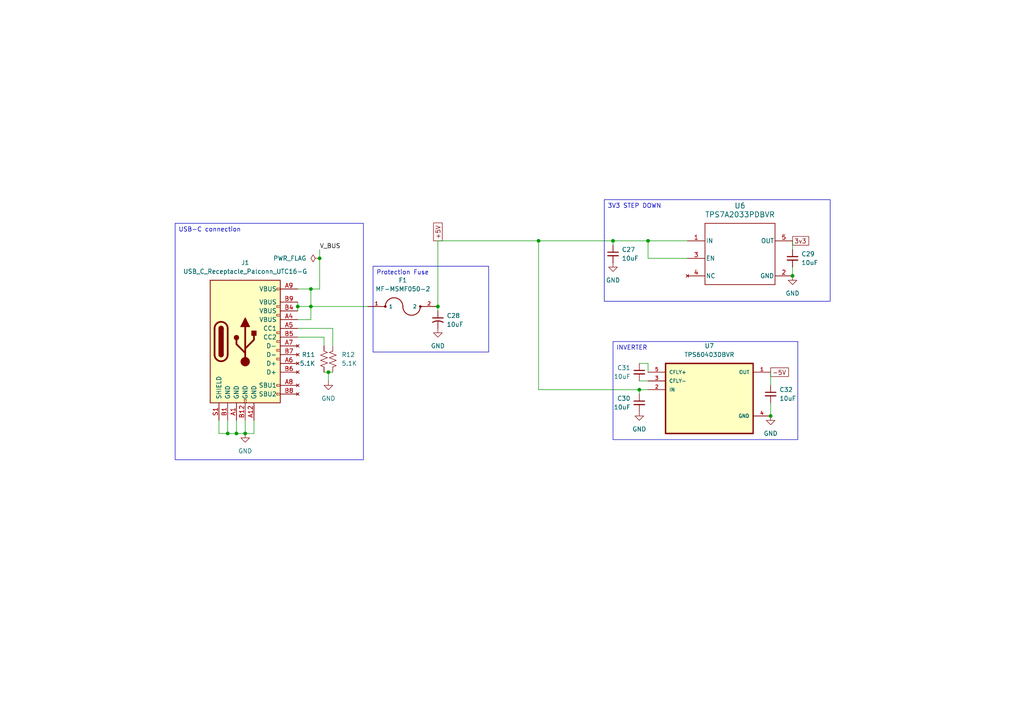
<source format=kicad_sch>
(kicad_sch
	(version 20250114)
	(generator "eeschema")
	(generator_version "9.0")
	(uuid "849a3548-1986-49d9-af20-6d93cd5b1eb4")
	(paper "A4")
	(title_block
		(title "Power Supply System")
		(date "2025-12-06")
		(rev "0")
	)
	(lib_symbols
		(symbol "Connector:USB_C_Receptacle_USB2.0"
			(pin_names
				(offset 1.016)
			)
			(exclude_from_sim no)
			(in_bom yes)
			(on_board yes)
			(property "Reference" "J1"
				(at 0 22.86 0)
				(effects
					(font
						(size 1.27 1.27)
					)
				)
			)
			(property "Value" "USB_C_Receptacle_Palconn_UTC16-G"
				(at 0 20.32 0)
				(effects
					(font
						(size 1.27 1.27)
					)
				)
			)
			(property "Footprint" "Connector_USB:USB_C_Receptacle_Palconn_UTC16-G"
				(at 3.81 0 0)
				(effects
					(font
						(size 1.27 1.27)
					)
					(hide yes)
				)
			)
			(property "Datasheet" "https://www.usb.org/sites/default/files/documents/usb_type-c.zip"
				(at 3.81 0 0)
				(effects
					(font
						(size 1.27 1.27)
					)
					(hide yes)
				)
			)
			(property "Description" ""
				(at 0 0 0)
				(effects
					(font
						(size 1.27 1.27)
					)
				)
			)
			(property "ki_keywords" "usb universal serial bus type-C USB2.0"
				(at 0 0 0)
				(effects
					(font
						(size 1.27 1.27)
					)
					(hide yes)
				)
			)
			(property "ki_fp_filters" "USB*C*Receptacle*"
				(at 0 0 0)
				(effects
					(font
						(size 1.27 1.27)
					)
					(hide yes)
				)
			)
			(symbol "USB_C_Receptacle_USB2.0_0_0"
				(rectangle
					(start -0.254 -17.78)
					(end 0.254 -16.764)
					(stroke
						(width 0)
						(type default)
					)
					(fill
						(type none)
					)
				)
				(rectangle
					(start 10.16 15.494)
					(end 9.144 14.986)
					(stroke
						(width 0)
						(type default)
					)
					(fill
						(type none)
					)
				)
				(rectangle
					(start 10.16 10.414)
					(end 9.144 9.906)
					(stroke
						(width 0)
						(type default)
					)
					(fill
						(type none)
					)
				)
				(rectangle
					(start 10.16 7.874)
					(end 9.144 7.366)
					(stroke
						(width 0)
						(type default)
					)
					(fill
						(type none)
					)
				)
				(rectangle
					(start 10.16 2.794)
					(end 9.144 2.286)
					(stroke
						(width 0)
						(type default)
					)
					(fill
						(type none)
					)
				)
				(rectangle
					(start 10.16 0.254)
					(end 9.144 -0.254)
					(stroke
						(width 0)
						(type default)
					)
					(fill
						(type none)
					)
				)
				(rectangle
					(start 10.16 -2.286)
					(end 9.144 -2.794)
					(stroke
						(width 0)
						(type default)
					)
					(fill
						(type none)
					)
				)
				(rectangle
					(start 10.16 -4.826)
					(end 9.144 -5.334)
					(stroke
						(width 0)
						(type default)
					)
					(fill
						(type none)
					)
				)
				(rectangle
					(start 10.16 -12.446)
					(end 9.144 -12.954)
					(stroke
						(width 0)
						(type default)
					)
					(fill
						(type none)
					)
				)
				(rectangle
					(start 10.16 -14.986)
					(end 9.144 -15.494)
					(stroke
						(width 0)
						(type default)
					)
					(fill
						(type none)
					)
				)
			)
			(symbol "USB_C_Receptacle_USB2.0_0_1"
				(rectangle
					(start -10.16 17.78)
					(end 10.16 -17.78)
					(stroke
						(width 0.254)
						(type default)
					)
					(fill
						(type background)
					)
				)
				(polyline
					(pts
						(xy -8.89 -3.81) (xy -8.89 3.81)
					)
					(stroke
						(width 0.508)
						(type default)
					)
					(fill
						(type none)
					)
				)
				(rectangle
					(start -7.62 -3.81)
					(end -6.35 3.81)
					(stroke
						(width 0.254)
						(type default)
					)
					(fill
						(type outline)
					)
				)
				(arc
					(start -7.62 3.81)
					(mid -6.985 4.4422)
					(end -6.35 3.81)
					(stroke
						(width 0.254)
						(type default)
					)
					(fill
						(type none)
					)
				)
				(arc
					(start -7.62 3.81)
					(mid -6.985 4.4422)
					(end -6.35 3.81)
					(stroke
						(width 0.254)
						(type default)
					)
					(fill
						(type outline)
					)
				)
				(arc
					(start -8.89 3.81)
					(mid -6.985 5.7066)
					(end -5.08 3.81)
					(stroke
						(width 0.508)
						(type default)
					)
					(fill
						(type none)
					)
				)
				(arc
					(start -5.08 -3.81)
					(mid -6.985 -5.7066)
					(end -8.89 -3.81)
					(stroke
						(width 0.508)
						(type default)
					)
					(fill
						(type none)
					)
				)
				(arc
					(start -6.35 -3.81)
					(mid -6.985 -4.4422)
					(end -7.62 -3.81)
					(stroke
						(width 0.254)
						(type default)
					)
					(fill
						(type none)
					)
				)
				(arc
					(start -6.35 -3.81)
					(mid -6.985 -4.4422)
					(end -7.62 -3.81)
					(stroke
						(width 0.254)
						(type default)
					)
					(fill
						(type outline)
					)
				)
				(polyline
					(pts
						(xy -5.08 3.81) (xy -5.08 -3.81)
					)
					(stroke
						(width 0.508)
						(type default)
					)
					(fill
						(type none)
					)
				)
				(circle
					(center -2.54 1.143)
					(radius 0.635)
					(stroke
						(width 0.254)
						(type default)
					)
					(fill
						(type outline)
					)
				)
				(polyline
					(pts
						(xy -1.27 4.318) (xy 0 6.858) (xy 1.27 4.318) (xy -1.27 4.318)
					)
					(stroke
						(width 0.254)
						(type default)
					)
					(fill
						(type outline)
					)
				)
				(polyline
					(pts
						(xy 0 -2.032) (xy 2.54 0.508) (xy 2.54 1.778)
					)
					(stroke
						(width 0.508)
						(type default)
					)
					(fill
						(type none)
					)
				)
				(polyline
					(pts
						(xy 0 -3.302) (xy -2.54 -0.762) (xy -2.54 0.508)
					)
					(stroke
						(width 0.508)
						(type default)
					)
					(fill
						(type none)
					)
				)
				(polyline
					(pts
						(xy 0 -5.842) (xy 0 4.318)
					)
					(stroke
						(width 0.508)
						(type default)
					)
					(fill
						(type none)
					)
				)
				(circle
					(center 0 -5.842)
					(radius 1.27)
					(stroke
						(width 0)
						(type default)
					)
					(fill
						(type outline)
					)
				)
				(rectangle
					(start 1.905 1.778)
					(end 3.175 3.048)
					(stroke
						(width 0.254)
						(type default)
					)
					(fill
						(type outline)
					)
				)
			)
			(symbol "USB_C_Receptacle_USB2.0_1_1"
				(pin passive line
					(at -7.62 -22.86 90)
					(length 5.08)
					(name "SHIELD"
						(effects
							(font
								(size 1.27 1.27)
							)
						)
					)
					(number "S1"
						(effects
							(font
								(size 1.27 1.27)
							)
						)
					)
				)
				(pin passive line
					(at -5.08 -22.86 90)
					(length 5.08)
					(name "GND"
						(effects
							(font
								(size 1.27 1.27)
							)
						)
					)
					(number "B1"
						(effects
							(font
								(size 1.27 1.27)
							)
						)
					)
				)
				(pin passive line
					(at -2.54 -22.86 90)
					(length 5.08)
					(name "GND"
						(effects
							(font
								(size 1.27 1.27)
							)
						)
					)
					(number "A1"
						(effects
							(font
								(size 1.27 1.27)
							)
						)
					)
				)
				(pin passive line
					(at 0 -22.86 90)
					(length 5.08)
					(name "GND"
						(effects
							(font
								(size 1.27 1.27)
							)
						)
					)
					(number "B12"
						(effects
							(font
								(size 1.27 1.27)
							)
						)
					)
				)
				(pin passive line
					(at 2.54 -22.86 90)
					(length 5.08)
					(name "GND"
						(effects
							(font
								(size 1.27 1.27)
							)
						)
					)
					(number "A12"
						(effects
							(font
								(size 1.27 1.27)
							)
						)
					)
				)
				(pin passive line
					(at 15.24 15.24 180)
					(length 5.08)
					(name "VBUS"
						(effects
							(font
								(size 1.27 1.27)
							)
						)
					)
					(number "A9"
						(effects
							(font
								(size 1.27 1.27)
							)
						)
					)
				)
				(pin passive line
					(at 15.24 11.43 180)
					(length 5.08)
					(name "VBUS"
						(effects
							(font
								(size 1.27 1.27)
							)
						)
					)
					(number "B9"
						(effects
							(font
								(size 1.27 1.27)
							)
						)
					)
				)
				(pin passive line
					(at 15.24 8.89 180)
					(length 5.08)
					(name "VBUS"
						(effects
							(font
								(size 1.27 1.27)
							)
						)
					)
					(number "B4"
						(effects
							(font
								(size 1.27 1.27)
							)
						)
					)
				)
				(pin passive line
					(at 15.24 6.35 180)
					(length 5.08)
					(name "VBUS"
						(effects
							(font
								(size 1.27 1.27)
							)
						)
					)
					(number "A4"
						(effects
							(font
								(size 1.27 1.27)
							)
						)
					)
				)
				(pin bidirectional line
					(at 15.24 3.81 180)
					(length 5.08)
					(name "CC1"
						(effects
							(font
								(size 1.27 1.27)
							)
						)
					)
					(number "A5"
						(effects
							(font
								(size 1.27 1.27)
							)
						)
					)
				)
				(pin bidirectional line
					(at 15.24 1.27 180)
					(length 5.08)
					(name "CC2"
						(effects
							(font
								(size 1.27 1.27)
							)
						)
					)
					(number "B5"
						(effects
							(font
								(size 1.27 1.27)
							)
						)
					)
				)
				(pin no_connect line
					(at 15.24 -1.27 180)
					(length 5.08)
					(name "D-"
						(effects
							(font
								(size 1.27 1.27)
							)
						)
					)
					(number "A7"
						(effects
							(font
								(size 1.27 1.27)
							)
						)
					)
				)
				(pin no_connect line
					(at 15.24 -3.81 180)
					(length 5.08)
					(name "D-"
						(effects
							(font
								(size 1.27 1.27)
							)
						)
					)
					(number "B7"
						(effects
							(font
								(size 1.27 1.27)
							)
						)
					)
				)
				(pin no_connect line
					(at 15.24 -6.35 180)
					(length 5.08)
					(name "D+"
						(effects
							(font
								(size 1.27 1.27)
							)
						)
					)
					(number "A6"
						(effects
							(font
								(size 1.27 1.27)
							)
						)
					)
				)
				(pin no_connect line
					(at 15.24 -8.89 180)
					(length 5.08)
					(name "D+"
						(effects
							(font
								(size 1.27 1.27)
							)
						)
					)
					(number "B6"
						(effects
							(font
								(size 1.27 1.27)
							)
						)
					)
				)
				(pin no_connect line
					(at 15.24 -12.7 180)
					(length 5.08)
					(name "SBU1"
						(effects
							(font
								(size 1.27 1.27)
							)
						)
					)
					(number "A8"
						(effects
							(font
								(size 1.27 1.27)
							)
						)
					)
				)
				(pin no_connect line
					(at 15.24 -15.24 180)
					(length 5.08)
					(name "SBU2"
						(effects
							(font
								(size 1.27 1.27)
							)
						)
					)
					(number "B8"
						(effects
							(font
								(size 1.27 1.27)
							)
						)
					)
				)
			)
			(embedded_fonts no)
		)
		(symbol "Device:C_Small"
			(pin_numbers
				(hide yes)
			)
			(pin_names
				(offset 0.254)
				(hide yes)
			)
			(exclude_from_sim no)
			(in_bom yes)
			(on_board yes)
			(property "Reference" "C"
				(at 0.254 1.778 0)
				(effects
					(font
						(size 1.27 1.27)
					)
					(justify left)
				)
			)
			(property "Value" "C_Small"
				(at 0.254 -2.032 0)
				(effects
					(font
						(size 1.27 1.27)
					)
					(justify left)
				)
			)
			(property "Footprint" ""
				(at 0 0 0)
				(effects
					(font
						(size 1.27 1.27)
					)
					(hide yes)
				)
			)
			(property "Datasheet" "~"
				(at 0 0 0)
				(effects
					(font
						(size 1.27 1.27)
					)
					(hide yes)
				)
			)
			(property "Description" "Unpolarized capacitor, small symbol"
				(at 0 0 0)
				(effects
					(font
						(size 1.27 1.27)
					)
					(hide yes)
				)
			)
			(property "ki_keywords" "capacitor cap"
				(at 0 0 0)
				(effects
					(font
						(size 1.27 1.27)
					)
					(hide yes)
				)
			)
			(property "ki_fp_filters" "C_*"
				(at 0 0 0)
				(effects
					(font
						(size 1.27 1.27)
					)
					(hide yes)
				)
			)
			(symbol "C_Small_0_1"
				(polyline
					(pts
						(xy -1.524 0.508) (xy 1.524 0.508)
					)
					(stroke
						(width 0.3048)
						(type default)
					)
					(fill
						(type none)
					)
				)
				(polyline
					(pts
						(xy -1.524 -0.508) (xy 1.524 -0.508)
					)
					(stroke
						(width 0.3302)
						(type default)
					)
					(fill
						(type none)
					)
				)
			)
			(symbol "C_Small_1_1"
				(pin passive line
					(at 0 2.54 270)
					(length 2.032)
					(name "~"
						(effects
							(font
								(size 1.27 1.27)
							)
						)
					)
					(number "1"
						(effects
							(font
								(size 1.27 1.27)
							)
						)
					)
				)
				(pin passive line
					(at 0 -2.54 90)
					(length 2.032)
					(name "~"
						(effects
							(font
								(size 1.27 1.27)
							)
						)
					)
					(number "2"
						(effects
							(font
								(size 1.27 1.27)
							)
						)
					)
				)
			)
			(embedded_fonts no)
		)
		(symbol "Device:C_Small_US"
			(pin_numbers
				(hide yes)
			)
			(pin_names
				(offset 0.254)
				(hide yes)
			)
			(exclude_from_sim no)
			(in_bom yes)
			(on_board yes)
			(property "Reference" "C"
				(at 0.254 1.778 0)
				(effects
					(font
						(size 1.27 1.27)
					)
					(justify left)
				)
			)
			(property "Value" "C_Small_US"
				(at 0.254 -2.032 0)
				(effects
					(font
						(size 1.27 1.27)
					)
					(justify left)
				)
			)
			(property "Footprint" ""
				(at 0 0 0)
				(effects
					(font
						(size 1.27 1.27)
					)
					(hide yes)
				)
			)
			(property "Datasheet" ""
				(at 0 0 0)
				(effects
					(font
						(size 1.27 1.27)
					)
					(hide yes)
				)
			)
			(property "Description" "capacitor, small US symbol"
				(at 0 0 0)
				(effects
					(font
						(size 1.27 1.27)
					)
					(hide yes)
				)
			)
			(property "ki_keywords" "cap capacitor"
				(at 0 0 0)
				(effects
					(font
						(size 1.27 1.27)
					)
					(hide yes)
				)
			)
			(property "ki_fp_filters" "C_*"
				(at 0 0 0)
				(effects
					(font
						(size 1.27 1.27)
					)
					(hide yes)
				)
			)
			(symbol "C_Small_US_0_1"
				(polyline
					(pts
						(xy -1.524 0.508) (xy 1.524 0.508)
					)
					(stroke
						(width 0.3048)
						(type default)
					)
					(fill
						(type none)
					)
				)
				(arc
					(start -1.524 -0.762)
					(mid 0 -0.3734)
					(end 1.524 -0.762)
					(stroke
						(width 0.3048)
						(type default)
					)
					(fill
						(type none)
					)
				)
			)
			(symbol "C_Small_US_1_1"
				(pin passive line
					(at 0 2.54 270)
					(length 2.032)
					(name "~"
						(effects
							(font
								(size 1.27 1.27)
							)
						)
					)
					(number "1"
						(effects
							(font
								(size 1.27 1.27)
							)
						)
					)
				)
				(pin passive line
					(at 0 -2.54 90)
					(length 2.032)
					(name "~"
						(effects
							(font
								(size 1.27 1.27)
							)
						)
					)
					(number "2"
						(effects
							(font
								(size 1.27 1.27)
							)
						)
					)
				)
			)
			(embedded_fonts no)
		)
		(symbol "Device:R_US"
			(pin_numbers
				(hide yes)
			)
			(pin_names
				(offset 0)
			)
			(exclude_from_sim no)
			(in_bom yes)
			(on_board yes)
			(property "Reference" "R"
				(at 2.54 0 90)
				(effects
					(font
						(size 1.27 1.27)
					)
				)
			)
			(property "Value" "R_US"
				(at -2.54 0 90)
				(effects
					(font
						(size 1.27 1.27)
					)
				)
			)
			(property "Footprint" ""
				(at 1.016 -0.254 90)
				(effects
					(font
						(size 1.27 1.27)
					)
					(hide yes)
				)
			)
			(property "Datasheet" "~"
				(at 0 0 0)
				(effects
					(font
						(size 1.27 1.27)
					)
					(hide yes)
				)
			)
			(property "Description" "Resistor, US symbol"
				(at 0 0 0)
				(effects
					(font
						(size 1.27 1.27)
					)
					(hide yes)
				)
			)
			(property "ki_keywords" "R res resistor"
				(at 0 0 0)
				(effects
					(font
						(size 1.27 1.27)
					)
					(hide yes)
				)
			)
			(property "ki_fp_filters" "R_*"
				(at 0 0 0)
				(effects
					(font
						(size 1.27 1.27)
					)
					(hide yes)
				)
			)
			(symbol "R_US_0_1"
				(polyline
					(pts
						(xy 0 2.286) (xy 0 2.54)
					)
					(stroke
						(width 0)
						(type default)
					)
					(fill
						(type none)
					)
				)
				(polyline
					(pts
						(xy 0 2.286) (xy 1.016 1.905) (xy 0 1.524) (xy -1.016 1.143) (xy 0 0.762)
					)
					(stroke
						(width 0)
						(type default)
					)
					(fill
						(type none)
					)
				)
				(polyline
					(pts
						(xy 0 0.762) (xy 1.016 0.381) (xy 0 0) (xy -1.016 -0.381) (xy 0 -0.762)
					)
					(stroke
						(width 0)
						(type default)
					)
					(fill
						(type none)
					)
				)
				(polyline
					(pts
						(xy 0 -0.762) (xy 1.016 -1.143) (xy 0 -1.524) (xy -1.016 -1.905) (xy 0 -2.286)
					)
					(stroke
						(width 0)
						(type default)
					)
					(fill
						(type none)
					)
				)
				(polyline
					(pts
						(xy 0 -2.286) (xy 0 -2.54)
					)
					(stroke
						(width 0)
						(type default)
					)
					(fill
						(type none)
					)
				)
			)
			(symbol "R_US_1_1"
				(pin passive line
					(at 0 3.81 270)
					(length 1.27)
					(name "~"
						(effects
							(font
								(size 1.27 1.27)
							)
						)
					)
					(number "1"
						(effects
							(font
								(size 1.27 1.27)
							)
						)
					)
				)
				(pin passive line
					(at 0 -3.81 90)
					(length 1.27)
					(name "~"
						(effects
							(font
								(size 1.27 1.27)
							)
						)
					)
					(number "2"
						(effects
							(font
								(size 1.27 1.27)
							)
						)
					)
				)
			)
			(embedded_fonts no)
		)
		(symbol "GND_1"
			(power)
			(pin_numbers
				(hide yes)
			)
			(pin_names
				(offset 0)
				(hide yes)
			)
			(exclude_from_sim no)
			(in_bom yes)
			(on_board yes)
			(property "Reference" "#PWR"
				(at 0 -6.35 0)
				(effects
					(font
						(size 1.27 1.27)
					)
					(hide yes)
				)
			)
			(property "Value" "GND"
				(at 0 -3.81 0)
				(effects
					(font
						(size 1.27 1.27)
					)
				)
			)
			(property "Footprint" ""
				(at 0 0 0)
				(effects
					(font
						(size 1.27 1.27)
					)
					(hide yes)
				)
			)
			(property "Datasheet" ""
				(at 0 0 0)
				(effects
					(font
						(size 1.27 1.27)
					)
					(hide yes)
				)
			)
			(property "Description" "Power symbol creates a global label with name \"GND\" , ground"
				(at 0 0 0)
				(effects
					(font
						(size 1.27 1.27)
					)
					(hide yes)
				)
			)
			(property "ki_keywords" "global power"
				(at 0 0 0)
				(effects
					(font
						(size 1.27 1.27)
					)
					(hide yes)
				)
			)
			(symbol "GND_1_0_1"
				(polyline
					(pts
						(xy 0 0) (xy 0 -1.27) (xy 1.27 -1.27) (xy 0 -2.54) (xy -1.27 -1.27) (xy 0 -1.27)
					)
					(stroke
						(width 0)
						(type default)
					)
					(fill
						(type none)
					)
				)
			)
			(symbol "GND_1_1_1"
				(pin power_in line
					(at 0 0 270)
					(length 0)
					(name "~"
						(effects
							(font
								(size 1.27 1.27)
							)
						)
					)
					(number "1"
						(effects
							(font
								(size 1.27 1.27)
							)
						)
					)
				)
			)
			(embedded_fonts no)
		)
		(symbol "GND_2"
			(power)
			(pin_numbers
				(hide yes)
			)
			(pin_names
				(offset 0)
				(hide yes)
			)
			(exclude_from_sim no)
			(in_bom yes)
			(on_board yes)
			(property "Reference" "#PWR"
				(at 0 -6.35 0)
				(effects
					(font
						(size 1.27 1.27)
					)
					(hide yes)
				)
			)
			(property "Value" "GND"
				(at 0 -3.81 0)
				(effects
					(font
						(size 1.27 1.27)
					)
				)
			)
			(property "Footprint" ""
				(at 0 0 0)
				(effects
					(font
						(size 1.27 1.27)
					)
					(hide yes)
				)
			)
			(property "Datasheet" ""
				(at 0 0 0)
				(effects
					(font
						(size 1.27 1.27)
					)
					(hide yes)
				)
			)
			(property "Description" "Power symbol creates a global label with name \"GND\" , ground"
				(at 0 0 0)
				(effects
					(font
						(size 1.27 1.27)
					)
					(hide yes)
				)
			)
			(property "ki_keywords" "global power"
				(at 0 0 0)
				(effects
					(font
						(size 1.27 1.27)
					)
					(hide yes)
				)
			)
			(symbol "GND_2_0_1"
				(polyline
					(pts
						(xy 0 0) (xy 0 -1.27) (xy 1.27 -1.27) (xy 0 -2.54) (xy -1.27 -1.27) (xy 0 -1.27)
					)
					(stroke
						(width 0)
						(type default)
					)
					(fill
						(type none)
					)
				)
			)
			(symbol "GND_2_1_1"
				(pin power_in line
					(at 0 0 270)
					(length 0)
					(name "~"
						(effects
							(font
								(size 1.27 1.27)
							)
						)
					)
					(number "1"
						(effects
							(font
								(size 1.27 1.27)
							)
						)
					)
				)
			)
			(embedded_fonts no)
		)
		(symbol "GND_3"
			(power)
			(pin_numbers
				(hide yes)
			)
			(pin_names
				(offset 0)
				(hide yes)
			)
			(exclude_from_sim no)
			(in_bom yes)
			(on_board yes)
			(property "Reference" "#PWR"
				(at 0 -6.35 0)
				(effects
					(font
						(size 1.27 1.27)
					)
					(hide yes)
				)
			)
			(property "Value" "GND"
				(at 0 -3.81 0)
				(effects
					(font
						(size 1.27 1.27)
					)
				)
			)
			(property "Footprint" ""
				(at 0 0 0)
				(effects
					(font
						(size 1.27 1.27)
					)
					(hide yes)
				)
			)
			(property "Datasheet" ""
				(at 0 0 0)
				(effects
					(font
						(size 1.27 1.27)
					)
					(hide yes)
				)
			)
			(property "Description" "Power symbol creates a global label with name \"GND\" , ground"
				(at 0 0 0)
				(effects
					(font
						(size 1.27 1.27)
					)
					(hide yes)
				)
			)
			(property "ki_keywords" "global power"
				(at 0 0 0)
				(effects
					(font
						(size 1.27 1.27)
					)
					(hide yes)
				)
			)
			(symbol "GND_3_0_1"
				(polyline
					(pts
						(xy 0 0) (xy 0 -1.27) (xy 1.27 -1.27) (xy 0 -2.54) (xy -1.27 -1.27) (xy 0 -1.27)
					)
					(stroke
						(width 0)
						(type default)
					)
					(fill
						(type none)
					)
				)
			)
			(symbol "GND_3_1_1"
				(pin power_in line
					(at 0 0 270)
					(length 0)
					(name "~"
						(effects
							(font
								(size 1.27 1.27)
							)
						)
					)
					(number "1"
						(effects
							(font
								(size 1.27 1.27)
							)
						)
					)
				)
			)
			(embedded_fonts no)
		)
		(symbol "GND_4"
			(power)
			(pin_numbers
				(hide yes)
			)
			(pin_names
				(offset 0)
				(hide yes)
			)
			(exclude_from_sim no)
			(in_bom yes)
			(on_board yes)
			(property "Reference" "#PWR"
				(at 0 -6.35 0)
				(effects
					(font
						(size 1.27 1.27)
					)
					(hide yes)
				)
			)
			(property "Value" "GND"
				(at 0 -3.81 0)
				(effects
					(font
						(size 1.27 1.27)
					)
				)
			)
			(property "Footprint" ""
				(at 0 0 0)
				(effects
					(font
						(size 1.27 1.27)
					)
					(hide yes)
				)
			)
			(property "Datasheet" ""
				(at 0 0 0)
				(effects
					(font
						(size 1.27 1.27)
					)
					(hide yes)
				)
			)
			(property "Description" "Power symbol creates a global label with name \"GND\" , ground"
				(at 0 0 0)
				(effects
					(font
						(size 1.27 1.27)
					)
					(hide yes)
				)
			)
			(property "ki_keywords" "global power"
				(at 0 0 0)
				(effects
					(font
						(size 1.27 1.27)
					)
					(hide yes)
				)
			)
			(symbol "GND_4_0_1"
				(polyline
					(pts
						(xy 0 0) (xy 0 -1.27) (xy 1.27 -1.27) (xy 0 -2.54) (xy -1.27 -1.27) (xy 0 -1.27)
					)
					(stroke
						(width 0)
						(type default)
					)
					(fill
						(type none)
					)
				)
			)
			(symbol "GND_4_1_1"
				(pin power_in line
					(at 0 0 270)
					(length 0)
					(name "~"
						(effects
							(font
								(size 1.27 1.27)
							)
						)
					)
					(number "1"
						(effects
							(font
								(size 1.27 1.27)
							)
						)
					)
				)
			)
			(embedded_fonts no)
		)
		(symbol "GND_5"
			(power)
			(pin_numbers
				(hide yes)
			)
			(pin_names
				(offset 0)
				(hide yes)
			)
			(exclude_from_sim no)
			(in_bom yes)
			(on_board yes)
			(property "Reference" "#PWR"
				(at 0 -6.35 0)
				(effects
					(font
						(size 1.27 1.27)
					)
					(hide yes)
				)
			)
			(property "Value" "GND"
				(at 0 -3.81 0)
				(effects
					(font
						(size 1.27 1.27)
					)
				)
			)
			(property "Footprint" ""
				(at 0 0 0)
				(effects
					(font
						(size 1.27 1.27)
					)
					(hide yes)
				)
			)
			(property "Datasheet" ""
				(at 0 0 0)
				(effects
					(font
						(size 1.27 1.27)
					)
					(hide yes)
				)
			)
			(property "Description" "Power symbol creates a global label with name \"GND\" , ground"
				(at 0 0 0)
				(effects
					(font
						(size 1.27 1.27)
					)
					(hide yes)
				)
			)
			(property "ki_keywords" "global power"
				(at 0 0 0)
				(effects
					(font
						(size 1.27 1.27)
					)
					(hide yes)
				)
			)
			(symbol "GND_5_0_1"
				(polyline
					(pts
						(xy 0 0) (xy 0 -1.27) (xy 1.27 -1.27) (xy 0 -2.54) (xy -1.27 -1.27) (xy 0 -1.27)
					)
					(stroke
						(width 0)
						(type default)
					)
					(fill
						(type none)
					)
				)
			)
			(symbol "GND_5_1_1"
				(pin power_in line
					(at 0 0 270)
					(length 0)
					(name "~"
						(effects
							(font
								(size 1.27 1.27)
							)
						)
					)
					(number "1"
						(effects
							(font
								(size 1.27 1.27)
							)
						)
					)
				)
			)
			(embedded_fonts no)
		)
		(symbol "GND_6"
			(power)
			(pin_numbers
				(hide yes)
			)
			(pin_names
				(offset 0)
				(hide yes)
			)
			(exclude_from_sim no)
			(in_bom yes)
			(on_board yes)
			(property "Reference" "#PWR"
				(at 0 -6.35 0)
				(effects
					(font
						(size 1.27 1.27)
					)
					(hide yes)
				)
			)
			(property "Value" "GND"
				(at 0 -3.81 0)
				(effects
					(font
						(size 1.27 1.27)
					)
				)
			)
			(property "Footprint" ""
				(at 0 0 0)
				(effects
					(font
						(size 1.27 1.27)
					)
					(hide yes)
				)
			)
			(property "Datasheet" ""
				(at 0 0 0)
				(effects
					(font
						(size 1.27 1.27)
					)
					(hide yes)
				)
			)
			(property "Description" "Power symbol creates a global label with name \"GND\" , ground"
				(at 0 0 0)
				(effects
					(font
						(size 1.27 1.27)
					)
					(hide yes)
				)
			)
			(property "ki_keywords" "global power"
				(at 0 0 0)
				(effects
					(font
						(size 1.27 1.27)
					)
					(hide yes)
				)
			)
			(symbol "GND_6_0_1"
				(polyline
					(pts
						(xy 0 0) (xy 0 -1.27) (xy 1.27 -1.27) (xy 0 -2.54) (xy -1.27 -1.27) (xy 0 -1.27)
					)
					(stroke
						(width 0)
						(type default)
					)
					(fill
						(type none)
					)
				)
			)
			(symbol "GND_6_1_1"
				(pin power_in line
					(at 0 0 270)
					(length 0)
					(name "~"
						(effects
							(font
								(size 1.27 1.27)
							)
						)
					)
					(number "1"
						(effects
							(font
								(size 1.27 1.27)
							)
						)
					)
				)
			)
			(embedded_fonts no)
		)
		(symbol "MF-MSMF050-2:MF-MSMF050-2"
			(pin_names
				(offset 1.016)
			)
			(exclude_from_sim no)
			(in_bom yes)
			(on_board yes)
			(property "Reference" "F"
				(at -5.0878 3.8158 0)
				(effects
					(font
						(size 1.27 1.27)
					)
					(justify left bottom)
				)
			)
			(property "Value" "MF-MSMF050-2"
				(at -5.089 -3.8168 0)
				(effects
					(font
						(size 1.27 1.27)
					)
					(justify left bottom)
				)
			)
			(property "Footprint" "MF-MSMF050-2:FUSM4632X85"
				(at 0 0 0)
				(effects
					(font
						(size 1.27 1.27)
					)
					(justify bottom)
					(hide yes)
				)
			)
			(property "Datasheet" ""
				(at 0 0 0)
				(effects
					(font
						(size 1.27 1.27)
					)
					(hide yes)
				)
			)
			(property "Description" ""
				(at 0 0 0)
				(effects
					(font
						(size 1.27 1.27)
					)
					(hide yes)
				)
			)
			(property "MF" "Bourns"
				(at 0 0 0)
				(effects
					(font
						(size 1.27 1.27)
					)
					(justify bottom)
					(hide yes)
				)
			)
			(property "Description_1" "Fuse, Resettable, 100A, Sz 4532, 0.186x0.134x0.033, SMT, 15VDC, DCR 0.15 Ohms | Bourns MF-MSMF050-2"
				(at 0 0 0)
				(effects
					(font
						(size 1.27 1.27)
					)
					(justify bottom)
					(hide yes)
				)
			)
			(property "Package" "1812 Bourns"
				(at 0 0 0)
				(effects
					(font
						(size 1.27 1.27)
					)
					(justify bottom)
					(hide yes)
				)
			)
			(property "Price" "None"
				(at 0 0 0)
				(effects
					(font
						(size 1.27 1.27)
					)
					(justify bottom)
					(hide yes)
				)
			)
			(property "Check_prices" "https://www.snapeda.com/parts/MF-MSMF050-2/Bourns/view-part/?ref=eda"
				(at 0 0 0)
				(effects
					(font
						(size 1.27 1.27)
					)
					(justify bottom)
					(hide yes)
				)
			)
			(property "SnapEDA_Link" "https://www.snapeda.com/parts/MF-MSMF050-2/Bourns/view-part/?ref=snap"
				(at 0 0 0)
				(effects
					(font
						(size 1.27 1.27)
					)
					(justify bottom)
					(hide yes)
				)
			)
			(property "MP" "MF-MSMF050-2"
				(at 0 0 0)
				(effects
					(font
						(size 1.27 1.27)
					)
					(justify bottom)
					(hide yes)
				)
			)
			(property "Purchase-URL" "https://www.snapeda.com/api/url_track_click_mouser/?unipart_id=42625&manufacturer=Bourns&part_name=MF-MSMF050-2&search_term=None"
				(at 0 0 0)
				(effects
					(font
						(size 1.27 1.27)
					)
					(justify bottom)
					(hide yes)
				)
			)
			(property "Availability" "In Stock"
				(at 0 0 0)
				(effects
					(font
						(size 1.27 1.27)
					)
					(justify bottom)
					(hide yes)
				)
			)
			(property "MANUFACTURER" "Bourns"
				(at 0 0 0)
				(effects
					(font
						(size 1.27 1.27)
					)
					(justify bottom)
					(hide yes)
				)
			)
			(symbol "MF-MSMF050-2_0_0"
				(circle
					(center -5.08 0)
					(radius 0.254)
					(stroke
						(width 0.254)
						(type default)
					)
					(fill
						(type none)
					)
				)
				(arc
					(start -5.08 0)
					(mid -2.54 2.529)
					(end 0 0)
					(stroke
						(width 0.254)
						(type default)
					)
					(fill
						(type none)
					)
				)
				(arc
					(start 5.08 0)
					(mid 2.54 -2.529)
					(end 0 0)
					(stroke
						(width 0.254)
						(type default)
					)
					(fill
						(type none)
					)
				)
				(circle
					(center 5.08 0)
					(radius 0.254)
					(stroke
						(width 0.254)
						(type default)
					)
					(fill
						(type none)
					)
				)
				(pin passive line
					(at -10.16 0 0)
					(length 5.08)
					(name "1"
						(effects
							(font
								(size 1.016 1.016)
							)
						)
					)
					(number "1"
						(effects
							(font
								(size 1.016 1.016)
							)
						)
					)
				)
				(pin passive line
					(at 10.16 0 180)
					(length 5.08)
					(name "2"
						(effects
							(font
								(size 1.016 1.016)
							)
						)
					)
					(number "2"
						(effects
							(font
								(size 1.016 1.016)
							)
						)
					)
				)
			)
			(embedded_fonts no)
		)
		(symbol "TPS60403DBVR:TPS60403DBVR"
			(pin_names
				(offset 1.016)
			)
			(exclude_from_sim no)
			(in_bom yes)
			(on_board yes)
			(property "Reference" "U"
				(at -12.7 11.16 0)
				(effects
					(font
						(size 1.27 1.27)
					)
					(justify left bottom)
				)
			)
			(property "Value" "TPS60403DBVR"
				(at -12.7 -14.16 0)
				(effects
					(font
						(size 1.27 1.27)
					)
					(justify left bottom)
				)
			)
			(property "Footprint" "TPS60403DBVR:SOT95P280X145-5N"
				(at 0 0 0)
				(effects
					(font
						(size 1.27 1.27)
					)
					(justify bottom)
					(hide yes)
				)
			)
			(property "Datasheet" ""
				(at 0 0 0)
				(effects
					(font
						(size 1.27 1.27)
					)
					(hide yes)
				)
			)
			(property "Description" ""
				(at 0 0 0)
				(effects
					(font
						(size 1.27 1.27)
					)
					(hide yes)
				)
			)
			(property "MF" "Texas Instruments"
				(at 0 0 0)
				(effects
					(font
						(size 1.27 1.27)
					)
					(justify bottom)
					(hide yes)
				)
			)
			(property "Description_1" "60mA Charge Pump Voltage Inverter with Fixed 250kHz Operation"
				(at 0 0 0)
				(effects
					(font
						(size 1.27 1.27)
					)
					(justify bottom)
					(hide yes)
				)
			)
			(property "Package" "SOT-23-5 Texas Instruments"
				(at 0 0 0)
				(effects
					(font
						(size 1.27 1.27)
					)
					(justify bottom)
					(hide yes)
				)
			)
			(property "Price" "None"
				(at 0 0 0)
				(effects
					(font
						(size 1.27 1.27)
					)
					(justify bottom)
					(hide yes)
				)
			)
			(property "SnapEDA_Link" "https://www.snapeda.com/parts/TPS60403DBVR/Texas+Instruments/view-part/?ref=snap"
				(at 0 0 0)
				(effects
					(font
						(size 1.27 1.27)
					)
					(justify bottom)
					(hide yes)
				)
			)
			(property "MP" "TPS60403DBVR"
				(at 0 0 0)
				(effects
					(font
						(size 1.27 1.27)
					)
					(justify bottom)
					(hide yes)
				)
			)
			(property "Purchase-URL" "https://www.snapeda.com/api/url_track_click_mouser/?unipart_id=229701&manufacturer=Texas Instruments&part_name=TPS60403DBVR&search_term=None"
				(at 0 0 0)
				(effects
					(font
						(size 1.27 1.27)
					)
					(justify bottom)
					(hide yes)
				)
			)
			(property "Availability" "In Stock"
				(at 0 0 0)
				(effects
					(font
						(size 1.27 1.27)
					)
					(justify bottom)
					(hide yes)
				)
			)
			(property "Check_prices" "https://www.snapeda.com/parts/TPS60403DBVR/Texas+Instruments/view-part/?ref=eda"
				(at 0 0 0)
				(effects
					(font
						(size 1.27 1.27)
					)
					(justify bottom)
					(hide yes)
				)
			)
			(symbol "TPS60403DBVR_0_0"
				(rectangle
					(start -12.7 -10.16)
					(end 12.7 10.16)
					(stroke
						(width 0.41)
						(type default)
					)
					(fill
						(type background)
					)
				)
				(pin input line
					(at -17.78 7.62 0)
					(length 5.08)
					(name "CFLY+"
						(effects
							(font
								(size 1.016 1.016)
							)
						)
					)
					(number "5"
						(effects
							(font
								(size 1.016 1.016)
							)
						)
					)
				)
				(pin input line
					(at -17.78 5.08 0)
					(length 5.08)
					(name "CFLY-"
						(effects
							(font
								(size 1.016 1.016)
							)
						)
					)
					(number "3"
						(effects
							(font
								(size 1.016 1.016)
							)
						)
					)
				)
				(pin input line
					(at -17.78 2.54 0)
					(length 5.08)
					(name "IN"
						(effects
							(font
								(size 1.016 1.016)
							)
						)
					)
					(number "2"
						(effects
							(font
								(size 1.016 1.016)
							)
						)
					)
				)
				(pin output line
					(at 17.78 7.62 180)
					(length 5.08)
					(name "OUT"
						(effects
							(font
								(size 1.016 1.016)
							)
						)
					)
					(number "1"
						(effects
							(font
								(size 1.016 1.016)
							)
						)
					)
				)
				(pin power_in line
					(at 17.78 -5.08 180)
					(length 5.08)
					(name "GND"
						(effects
							(font
								(size 1.016 1.016)
							)
						)
					)
					(number "4"
						(effects
							(font
								(size 1.016 1.016)
							)
						)
					)
				)
			)
			(embedded_fonts no)
		)
		(symbol "TPS7A2033PDBVR:TPS7A2033PDBVR"
			(pin_names
				(offset 0.254)
			)
			(exclude_from_sim no)
			(in_bom yes)
			(on_board yes)
			(property "Reference" "U6"
				(at 15.24 10.16 0)
				(effects
					(font
						(size 1.524 1.524)
					)
				)
			)
			(property "Value" "TPS7A2033PDBVR"
				(at 15.24 7.62 0)
				(effects
					(font
						(size 1.524 1.524)
					)
				)
			)
			(property "Footprint" "DBV0005A-IPC_A"
				(at 0 0 0)
				(effects
					(font
						(size 1.27 1.27)
						(italic yes)
					)
					(hide yes)
				)
			)
			(property "Datasheet" "https://www.ti.com/lit/gpn/tps7a20"
				(at 0 0 0)
				(effects
					(font
						(size 1.27 1.27)
						(italic yes)
					)
					(hide yes)
				)
			)
			(property "Description" ""
				(at 0 0 0)
				(effects
					(font
						(size 1.27 1.27)
					)
					(hide yes)
				)
			)
			(property "ki_locked" ""
				(at 0 0 0)
				(effects
					(font
						(size 1.27 1.27)
					)
				)
			)
			(property "ki_keywords" "TPS7A2033PDBVR"
				(at 0 0 0)
				(effects
					(font
						(size 1.27 1.27)
					)
					(hide yes)
				)
			)
			(property "ki_fp_filters" "DBV0005A-IPC_A DBV0005A-IPC_B DBV0005A-IPC_C DBV0005A-MFG"
				(at 0 0 0)
				(effects
					(font
						(size 1.27 1.27)
					)
					(hide yes)
				)
			)
			(symbol "TPS7A2033PDBVR_0_1"
				(polyline
					(pts
						(xy 5.08 5.08) (xy 5.08 -12.7)
					)
					(stroke
						(width 0.2032)
						(type default)
					)
					(fill
						(type none)
					)
				)
				(polyline
					(pts
						(xy 5.08 -12.7) (xy 25.4 -12.7)
					)
					(stroke
						(width 0.2032)
						(type default)
					)
					(fill
						(type none)
					)
				)
				(polyline
					(pts
						(xy 25.4 5.08) (xy 5.08 5.08)
					)
					(stroke
						(width 0.2032)
						(type default)
					)
					(fill
						(type none)
					)
				)
				(polyline
					(pts
						(xy 25.4 -12.7) (xy 25.4 5.08)
					)
					(stroke
						(width 0.2032)
						(type default)
					)
					(fill
						(type none)
					)
				)
				(pin power_in line
					(at 0 0 0)
					(length 5.08)
					(name "IN"
						(effects
							(font
								(size 1.27 1.27)
							)
						)
					)
					(number "1"
						(effects
							(font
								(size 1.27 1.27)
							)
						)
					)
				)
				(pin input line
					(at 0 -5.08 0)
					(length 5.08)
					(name "EN"
						(effects
							(font
								(size 1.27 1.27)
							)
						)
					)
					(number "3"
						(effects
							(font
								(size 1.27 1.27)
							)
						)
					)
				)
				(pin no_connect line
					(at 0 -10.16 0)
					(length 5.08)
					(name "NC"
						(effects
							(font
								(size 1.27 1.27)
							)
						)
					)
					(number "4"
						(effects
							(font
								(size 1.27 1.27)
							)
						)
					)
				)
				(pin unspecified line
					(at 30.48 0 180)
					(length 5.08)
					(name "OUT"
						(effects
							(font
								(size 1.27 1.27)
							)
						)
					)
					(number "5"
						(effects
							(font
								(size 1.27 1.27)
							)
						)
					)
				)
				(pin power_in line
					(at 30.48 -10.16 180)
					(length 5.08)
					(name "GND"
						(effects
							(font
								(size 1.27 1.27)
							)
						)
					)
					(number "2"
						(effects
							(font
								(size 1.27 1.27)
							)
						)
					)
				)
			)
			(embedded_fonts no)
		)
		(symbol "power:GND"
			(power)
			(pin_names
				(offset 0)
			)
			(exclude_from_sim no)
			(in_bom yes)
			(on_board yes)
			(property "Reference" "#PWR"
				(at 0 -6.35 0)
				(effects
					(font
						(size 1.27 1.27)
					)
					(hide yes)
				)
			)
			(property "Value" "GND"
				(at 0 -3.81 0)
				(effects
					(font
						(size 1.27 1.27)
					)
				)
			)
			(property "Footprint" ""
				(at 0 0 0)
				(effects
					(font
						(size 1.27 1.27)
					)
					(hide yes)
				)
			)
			(property "Datasheet" ""
				(at 0 0 0)
				(effects
					(font
						(size 1.27 1.27)
					)
					(hide yes)
				)
			)
			(property "Description" "Power symbol creates a global label with name \"GND\" , ground"
				(at 0 0 0)
				(effects
					(font
						(size 1.27 1.27)
					)
					(hide yes)
				)
			)
			(property "ki_keywords" "power-flag"
				(at 0 0 0)
				(effects
					(font
						(size 1.27 1.27)
					)
					(hide yes)
				)
			)
			(symbol "GND_0_1"
				(polyline
					(pts
						(xy 0 0) (xy 0 -1.27) (xy 1.27 -1.27) (xy 0 -2.54) (xy -1.27 -1.27) (xy 0 -1.27)
					)
					(stroke
						(width 0)
						(type default)
					)
					(fill
						(type none)
					)
				)
			)
			(symbol "GND_1_1"
				(pin power_in line
					(at 0 0 270)
					(length 0)
					(hide yes)
					(name "GND"
						(effects
							(font
								(size 1.27 1.27)
							)
						)
					)
					(number "1"
						(effects
							(font
								(size 1.27 1.27)
							)
						)
					)
				)
			)
			(embedded_fonts no)
		)
		(symbol "power:PWR_FLAG"
			(power)
			(pin_numbers
				(hide yes)
			)
			(pin_names
				(offset 0)
				(hide yes)
			)
			(exclude_from_sim no)
			(in_bom yes)
			(on_board yes)
			(property "Reference" "#FLG"
				(at 0 1.905 0)
				(effects
					(font
						(size 1.27 1.27)
					)
					(hide yes)
				)
			)
			(property "Value" "PWR_FLAG"
				(at 0 3.81 0)
				(effects
					(font
						(size 1.27 1.27)
					)
				)
			)
			(property "Footprint" ""
				(at 0 0 0)
				(effects
					(font
						(size 1.27 1.27)
					)
					(hide yes)
				)
			)
			(property "Datasheet" "~"
				(at 0 0 0)
				(effects
					(font
						(size 1.27 1.27)
					)
					(hide yes)
				)
			)
			(property "Description" "Special symbol for telling ERC where power comes from"
				(at 0 0 0)
				(effects
					(font
						(size 1.27 1.27)
					)
					(hide yes)
				)
			)
			(property "ki_keywords" "flag power"
				(at 0 0 0)
				(effects
					(font
						(size 1.27 1.27)
					)
					(hide yes)
				)
			)
			(symbol "PWR_FLAG_0_0"
				(pin power_out line
					(at 0 0 90)
					(length 0)
					(name "~"
						(effects
							(font
								(size 1.27 1.27)
							)
						)
					)
					(number "1"
						(effects
							(font
								(size 1.27 1.27)
							)
						)
					)
				)
			)
			(symbol "PWR_FLAG_0_1"
				(polyline
					(pts
						(xy 0 0) (xy 0 1.27) (xy -1.016 1.905) (xy 0 2.54) (xy 1.016 1.905) (xy 0 1.27)
					)
					(stroke
						(width 0)
						(type default)
					)
					(fill
						(type none)
					)
				)
			)
			(embedded_fonts no)
		)
	)
	(text_box "USB-C connection"
		(exclude_from_sim no)
		(at 50.8 64.77 0)
		(size 54.61 68.58)
		(margins 0.9525 0.9525 0.9525 0.9525)
		(stroke
			(width 0)
			(type solid)
		)
		(fill
			(type none)
		)
		(effects
			(font
				(size 1.27 1.27)
			)
			(justify left top)
		)
		(uuid "022d79b9-1fbd-4e43-900a-37b1abc1e385")
	)
	(text_box "INVERTER"
		(exclude_from_sim no)
		(at 177.8 99.06 0)
		(size 53.594 28.448)
		(margins 0.9525 0.9525 0.9525 0.9525)
		(stroke
			(width 0)
			(type solid)
		)
		(fill
			(type none)
		)
		(effects
			(font
				(size 1.27 1.27)
			)
			(justify left top)
		)
		(uuid "c557352c-a318-406a-b129-70e8f2183790")
	)
	(text_box "3V3 STEP DOWN"
		(exclude_from_sim no)
		(at 175.26 57.912 0)
		(size 65.532 29.464)
		(margins 0.9525 0.9525 0.9525 0.9525)
		(stroke
			(width 0)
			(type solid)
		)
		(fill
			(type none)
		)
		(effects
			(font
				(size 1.27 1.27)
			)
			(justify left top)
		)
		(uuid "c8f34c86-2136-4f04-b70c-de16b4d370a4")
	)
	(text_box "Protection Fuse"
		(exclude_from_sim no)
		(at 108.204 77.216 0)
		(size 33.528 24.892)
		(margins 0.9525 0.9525 0.9525 0.9525)
		(stroke
			(width 0)
			(type solid)
		)
		(fill
			(type none)
		)
		(effects
			(font
				(size 1.27 1.27)
			)
			(justify left top)
		)
		(uuid "fc5a885c-1a1e-44ca-b1c6-b0ecb29640d9")
	)
	(junction
		(at 223.52 120.65)
		(diameter 0)
		(color 0 0 0 0)
		(uuid "032517fc-40f0-40fb-9d73-72b81a0c5f27")
	)
	(junction
		(at 71.12 125.73)
		(diameter 0)
		(color 0 0 0 0)
		(uuid "08c04284-321d-4152-a09b-a38de0b3c312")
	)
	(junction
		(at 86.36 88.9)
		(diameter 0)
		(color 0 0 0 0)
		(uuid "093c015d-d414-4ead-bf89-cc9175b8b436")
	)
	(junction
		(at 90.17 88.9)
		(diameter 0)
		(color 0 0 0 0)
		(uuid "0e7c1bff-f866-4fbd-92a1-a0f915417dcd")
	)
	(junction
		(at 177.8 69.85)
		(diameter 0)
		(color 0 0 0 0)
		(uuid "61302c12-02b9-44da-9a26-0ee56f1473f1")
	)
	(junction
		(at 127 88.9)
		(diameter 0)
		(color 0 0 0 0)
		(uuid "6f0b92d5-31f4-460a-8b9f-ee30f68660ec")
	)
	(junction
		(at 66.04 125.73)
		(diameter 0)
		(color 0 0 0 0)
		(uuid "73a5e813-7b61-4a05-9c44-de7f705b3791")
	)
	(junction
		(at 187.96 69.85)
		(diameter 0)
		(color 0 0 0 0)
		(uuid "84ef6442-d9b9-40ff-b9d1-fbfcb75eec39")
	)
	(junction
		(at 90.17 83.82)
		(diameter 0)
		(color 0 0 0 0)
		(uuid "8fe0c2dd-132f-4a8a-b17a-52333fa55478")
	)
	(junction
		(at 68.58 125.73)
		(diameter 0)
		(color 0 0 0 0)
		(uuid "afa8af2e-1a71-401c-a849-56a2d13dd4e8")
	)
	(junction
		(at 95.25 107.95)
		(diameter 0)
		(color 0 0 0 0)
		(uuid "b1ae9196-ffb7-4466-b8f5-94c8d7ceed5e")
	)
	(junction
		(at 156.21 69.85)
		(diameter 0)
		(color 0 0 0 0)
		(uuid "b37c1ccd-7d78-482d-b18a-0779e7ead957")
	)
	(junction
		(at 92.71 74.93)
		(diameter 0)
		(color 0 0 0 0)
		(uuid "d36276a8-191b-4244-b398-5ec19249928c")
	)
	(junction
		(at 229.87 80.01)
		(diameter 0)
		(color 0 0 0 0)
		(uuid "dfe6d465-1414-45e0-a390-f496a85c4222")
	)
	(junction
		(at 185.42 113.03)
		(diameter 0)
		(color 0 0 0 0)
		(uuid "f5ec32b6-7dbc-496d-8236-0c7afb8ff36c")
	)
	(wire
		(pts
			(xy 229.87 69.85) (xy 229.87 72.39)
		)
		(stroke
			(width 0)
			(type default)
		)
		(uuid "00076285-b785-44b7-8075-57d1467d9882")
	)
	(wire
		(pts
			(xy 92.71 74.93) (xy 92.71 72.39)
		)
		(stroke
			(width 0)
			(type default)
		)
		(uuid "01fb47ca-7971-4ea5-8d9b-bd85151dc651")
	)
	(wire
		(pts
			(xy 86.36 97.79) (xy 93.98 97.79)
		)
		(stroke
			(width 0)
			(type default)
		)
		(uuid "08852117-2cef-4764-9fdd-0692c829de1f")
	)
	(wire
		(pts
			(xy 66.04 125.73) (xy 68.58 125.73)
		)
		(stroke
			(width 0)
			(type default)
		)
		(uuid "0e7fbab9-86da-484f-a0bf-746e8697d03d")
	)
	(wire
		(pts
			(xy 63.5 125.73) (xy 66.04 125.73)
		)
		(stroke
			(width 0)
			(type default)
		)
		(uuid "104e503f-853c-4afc-873d-de394c99ade5")
	)
	(wire
		(pts
			(xy 187.96 105.41) (xy 187.96 107.95)
		)
		(stroke
			(width 0)
			(type default)
		)
		(uuid "2e1626b9-e471-4466-abd6-572bfe1fe8bb")
	)
	(wire
		(pts
			(xy 229.87 77.47) (xy 229.87 80.01)
		)
		(stroke
			(width 0)
			(type default)
		)
		(uuid "2e9649ae-76d8-4280-8d8d-6d8c381d3b73")
	)
	(wire
		(pts
			(xy 156.21 69.85) (xy 177.8 69.85)
		)
		(stroke
			(width 0)
			(type default)
		)
		(uuid "2edde419-f650-4122-9f3a-d718055a1b52")
	)
	(wire
		(pts
			(xy 187.96 69.85) (xy 199.39 69.85)
		)
		(stroke
			(width 0)
			(type default)
		)
		(uuid "2f65351f-e77a-4e77-a12a-6cd4d2013e7d")
	)
	(wire
		(pts
			(xy 185.42 113.03) (xy 187.96 113.03)
		)
		(stroke
			(width 0)
			(type default)
		)
		(uuid "2f7c365c-7a16-43f6-9733-2aa63775bd25")
	)
	(wire
		(pts
			(xy 92.71 83.82) (xy 92.71 74.93)
		)
		(stroke
			(width 0)
			(type default)
		)
		(uuid "3245488d-8940-49fa-b087-0b4b40196a94")
	)
	(wire
		(pts
			(xy 93.98 97.79) (xy 93.98 100.33)
		)
		(stroke
			(width 0)
			(type default)
		)
		(uuid "394ea2b5-936c-43bc-97f2-0f4fd630f9fc")
	)
	(wire
		(pts
			(xy 86.36 88.9) (xy 90.17 88.9)
		)
		(stroke
			(width 0)
			(type default)
		)
		(uuid "3fef3693-2061-44df-af3b-03a131ce4af7")
	)
	(wire
		(pts
			(xy 73.66 121.92) (xy 73.66 125.73)
		)
		(stroke
			(width 0)
			(type default)
		)
		(uuid "40423014-92d0-49a0-9fb0-53c13d4b4f59")
	)
	(wire
		(pts
			(xy 86.36 95.25) (xy 96.52 95.25)
		)
		(stroke
			(width 0)
			(type default)
		)
		(uuid "4197f2b5-d784-4934-b132-750d394b4af9")
	)
	(wire
		(pts
			(xy 223.52 107.95) (xy 223.52 111.76)
		)
		(stroke
			(width 0)
			(type default)
		)
		(uuid "4e16a5b1-9ef1-47f5-a167-d92e6b7f3a45")
	)
	(wire
		(pts
			(xy 95.25 107.95) (xy 96.52 107.95)
		)
		(stroke
			(width 0)
			(type default)
		)
		(uuid "56f3fb9b-4097-4367-934b-df3b98774b7c")
	)
	(wire
		(pts
			(xy 90.17 88.9) (xy 106.68 88.9)
		)
		(stroke
			(width 0)
			(type default)
		)
		(uuid "5bc4169e-ee2f-4670-9d6e-fa9839702144")
	)
	(wire
		(pts
			(xy 73.66 125.73) (xy 71.12 125.73)
		)
		(stroke
			(width 0)
			(type default)
		)
		(uuid "5f254005-76b6-4b00-8ff7-5fe591307f84")
	)
	(wire
		(pts
			(xy 93.98 107.95) (xy 95.25 107.95)
		)
		(stroke
			(width 0)
			(type default)
		)
		(uuid "6527beaa-a6d4-4da9-87d4-0dac6d500674")
	)
	(wire
		(pts
			(xy 177.8 69.85) (xy 187.96 69.85)
		)
		(stroke
			(width 0)
			(type default)
		)
		(uuid "66a7131c-90e6-46a8-9e21-160a86544e3a")
	)
	(wire
		(pts
			(xy 187.96 74.93) (xy 199.39 74.93)
		)
		(stroke
			(width 0)
			(type default)
		)
		(uuid "6a40ae51-013c-4674-aa08-11d0625bfc32")
	)
	(wire
		(pts
			(xy 96.52 95.25) (xy 96.52 100.33)
		)
		(stroke
			(width 0)
			(type default)
		)
		(uuid "77a9712c-a854-4ee3-b931-8366dd89c968")
	)
	(wire
		(pts
			(xy 90.17 88.9) (xy 90.17 92.71)
		)
		(stroke
			(width 0)
			(type default)
		)
		(uuid "8304ce50-4d63-4fbb-bb25-154469ef0493")
	)
	(wire
		(pts
			(xy 68.58 125.73) (xy 71.12 125.73)
		)
		(stroke
			(width 0)
			(type default)
		)
		(uuid "8b105fe4-ff39-451b-a5ac-51be56ac855a")
	)
	(wire
		(pts
			(xy 156.21 113.03) (xy 185.42 113.03)
		)
		(stroke
			(width 0)
			(type default)
		)
		(uuid "9960c64f-1d8b-421c-85ac-e8f7827582a5")
	)
	(wire
		(pts
			(xy 86.36 92.71) (xy 90.17 92.71)
		)
		(stroke
			(width 0)
			(type default)
		)
		(uuid "9c43a1c4-4450-447b-a1af-9704bf68f184")
	)
	(wire
		(pts
			(xy 127 69.85) (xy 127 88.9)
		)
		(stroke
			(width 0)
			(type default)
		)
		(uuid "a22458f5-63fe-43ed-be9a-30f99b760329")
	)
	(wire
		(pts
			(xy 185.42 110.49) (xy 187.96 110.49)
		)
		(stroke
			(width 0)
			(type default)
		)
		(uuid "a68d0e3c-ae0e-4f8e-ae67-3bc2ca1bdaee")
	)
	(wire
		(pts
			(xy 187.96 69.85) (xy 187.96 74.93)
		)
		(stroke
			(width 0)
			(type default)
		)
		(uuid "a8243231-1ba1-4631-a8a7-b9af2a5d24f9")
	)
	(wire
		(pts
			(xy 127 88.9) (xy 127 90.17)
		)
		(stroke
			(width 0)
			(type default)
		)
		(uuid "aa892781-c12d-4f89-9541-5e5b7d035cc8")
	)
	(wire
		(pts
			(xy 86.36 87.63) (xy 86.36 88.9)
		)
		(stroke
			(width 0)
			(type default)
		)
		(uuid "ac8158e4-baf6-4e58-9958-5dd61aa674f3")
	)
	(wire
		(pts
			(xy 185.42 105.41) (xy 187.96 105.41)
		)
		(stroke
			(width 0)
			(type default)
		)
		(uuid "b351a9a4-c798-42e9-acdb-da74b8552f3a")
	)
	(wire
		(pts
			(xy 68.58 121.92) (xy 68.58 125.73)
		)
		(stroke
			(width 0)
			(type default)
		)
		(uuid "bb9859bd-99ff-41a6-929a-f956bd115753")
	)
	(wire
		(pts
			(xy 223.52 116.84) (xy 223.52 120.65)
		)
		(stroke
			(width 0)
			(type default)
		)
		(uuid "bdc6ad5d-93f3-4d0d-b831-80b14e544f4b")
	)
	(wire
		(pts
			(xy 156.21 69.85) (xy 156.21 113.03)
		)
		(stroke
			(width 0)
			(type default)
		)
		(uuid "c2ac9716-c342-4f64-9949-7d1428fce823")
	)
	(wire
		(pts
			(xy 185.42 113.03) (xy 185.42 114.3)
		)
		(stroke
			(width 0)
			(type default)
		)
		(uuid "c633e988-603f-4ddf-8f58-732f2fe8bce3")
	)
	(wire
		(pts
			(xy 95.25 107.95) (xy 95.25 110.49)
		)
		(stroke
			(width 0)
			(type default)
		)
		(uuid "c6be446b-28ab-4acd-8dfd-bb9b6b4f7fa8")
	)
	(wire
		(pts
			(xy 177.8 69.85) (xy 177.8 71.12)
		)
		(stroke
			(width 0)
			(type default)
		)
		(uuid "c72058e5-b20f-4aba-a48e-526f8004c3ff")
	)
	(wire
		(pts
			(xy 86.36 88.9) (xy 86.36 90.17)
		)
		(stroke
			(width 0)
			(type default)
		)
		(uuid "cd2103fa-205c-485d-a4ba-1bddf68ce0d7")
	)
	(wire
		(pts
			(xy 66.04 121.92) (xy 66.04 125.73)
		)
		(stroke
			(width 0)
			(type default)
		)
		(uuid "d059befd-a27c-4a8f-96c1-a68d20cb17fa")
	)
	(wire
		(pts
			(xy 90.17 83.82) (xy 92.71 83.82)
		)
		(stroke
			(width 0)
			(type default)
		)
		(uuid "e0c78ea3-fe18-4d15-b954-262e5f85c057")
	)
	(wire
		(pts
			(xy 86.36 83.82) (xy 90.17 83.82)
		)
		(stroke
			(width 0)
			(type default)
		)
		(uuid "e795ee08-3fc4-45f4-b1c2-a3347473a4dd")
	)
	(wire
		(pts
			(xy 71.12 121.92) (xy 71.12 125.73)
		)
		(stroke
			(width 0)
			(type default)
		)
		(uuid "e939c2d9-9345-40a2-b64f-a88ee1f8f89e")
	)
	(wire
		(pts
			(xy 127 69.85) (xy 156.21 69.85)
		)
		(stroke
			(width 0)
			(type default)
		)
		(uuid "ebb518e3-b70b-405f-adf1-0da8f2b5883d")
	)
	(wire
		(pts
			(xy 63.5 121.92) (xy 63.5 125.73)
		)
		(stroke
			(width 0)
			(type default)
		)
		(uuid "f1250eb7-f55e-466f-84fc-2ba851572de4")
	)
	(wire
		(pts
			(xy 90.17 83.82) (xy 90.17 88.9)
		)
		(stroke
			(width 0)
			(type default)
		)
		(uuid "f8ca8db8-1da4-407d-aa4e-6bfa39a8375a")
	)
	(label "V_BUS"
		(at 92.71 72.39 0)
		(effects
			(font
				(size 1.27 1.27)
			)
			(justify left bottom)
		)
		(uuid "c09fae11-0039-46c9-89ba-1f2d31c1e070")
	)
	(global_label "3v3"
		(shape passive)
		(at 229.87 69.85 0)
		(fields_autoplaced yes)
		(effects
			(font
				(size 1.27 1.27)
			)
			(justify left)
		)
		(uuid "35a6eba8-b137-43ea-b864-e956279b23d7")
		(property "Intersheetrefs" "${INTERSHEET_REFS}"
			(at 235.1305 69.85 0)
			(effects
				(font
					(size 1.27 1.27)
				)
				(justify left)
				(hide yes)
			)
		)
	)
	(global_label "-5V"
		(shape passive)
		(at 223.52 107.95 0)
		(fields_autoplaced yes)
		(effects
			(font
				(size 1.27 1.27)
			)
			(justify left)
		)
		(uuid "3fc05db3-4fb2-466b-8c50-7325faf3bbab")
		(property "Intersheetrefs" "${INTERSHEET_REFS}"
			(at 229.2644 107.95 0)
			(effects
				(font
					(size 1.27 1.27)
				)
				(justify left)
				(hide yes)
			)
		)
	)
	(global_label "+5V"
		(shape passive)
		(at 127 69.85 90)
		(fields_autoplaced yes)
		(effects
			(font
				(size 1.27 1.27)
			)
			(justify left)
		)
		(uuid "cb8930f3-972b-4926-b895-2e676610f2c1")
		(property "Intersheetrefs" "${INTERSHEET_REFS}"
			(at 127 64.1056 90)
			(effects
				(font
					(size 1.27 1.27)
				)
				(justify left)
				(hide yes)
			)
		)
	)
	(symbol
		(lib_id "Device:C_Small")
		(at 229.87 74.93 0)
		(unit 1)
		(exclude_from_sim no)
		(in_bom yes)
		(on_board yes)
		(dnp no)
		(fields_autoplaced yes)
		(uuid "044e78bb-f9f2-49c2-9371-0acfb67ea453")
		(property "Reference" "C29"
			(at 232.41 73.6662 0)
			(effects
				(font
					(size 1.27 1.27)
				)
				(justify left)
			)
		)
		(property "Value" "10uF"
			(at 232.41 76.2062 0)
			(effects
				(font
					(size 1.27 1.27)
				)
				(justify left)
			)
		)
		(property "Footprint" "Capacitor_SMD:C_0201_0603Metric"
			(at 229.87 74.93 0)
			(effects
				(font
					(size 1.27 1.27)
				)
				(hide yes)
			)
		)
		(property "Datasheet" "~"
			(at 229.87 74.93 0)
			(effects
				(font
					(size 1.27 1.27)
				)
				(hide yes)
			)
		)
		(property "Description" "Unpolarized capacitor, small symbol"
			(at 229.87 74.93 0)
			(effects
				(font
					(size 1.27 1.27)
				)
				(hide yes)
			)
		)
		(pin "2"
			(uuid "3a5f4b19-b32c-4d5c-8019-77f3ca674ddd")
		)
		(pin "1"
			(uuid "8e5cdc2c-12fe-4d6d-9a53-153469e3c937")
		)
		(instances
			(project ""
				(path "/579d630a-a692-42b0-a835-d94d6bbce88d/f820c310-dd37-4965-ac8f-306e8061b503"
					(reference "C29")
					(unit 1)
				)
			)
		)
	)
	(symbol
		(lib_id "Device:C_Small_US")
		(at 127 92.71 0)
		(unit 1)
		(exclude_from_sim no)
		(in_bom yes)
		(on_board yes)
		(dnp no)
		(fields_autoplaced yes)
		(uuid "150ec705-eedc-49ab-b5d6-1c6a942948f3")
		(property "Reference" "C28"
			(at 129.54 91.5669 0)
			(effects
				(font
					(size 1.27 1.27)
				)
				(justify left)
			)
		)
		(property "Value" "10uF"
			(at 129.54 94.1069 0)
			(effects
				(font
					(size 1.27 1.27)
				)
				(justify left)
			)
		)
		(property "Footprint" "Capacitor_SMD:C_0201_0603Metric"
			(at 127 92.71 0)
			(effects
				(font
					(size 1.27 1.27)
				)
				(hide yes)
			)
		)
		(property "Datasheet" ""
			(at 127 92.71 0)
			(effects
				(font
					(size 1.27 1.27)
				)
				(hide yes)
			)
		)
		(property "Description" "capacitor, small US symbol"
			(at 127 92.71 0)
			(effects
				(font
					(size 1.27 1.27)
				)
				(hide yes)
			)
		)
		(pin "2"
			(uuid "e3f5acf0-b92d-4473-9b8c-2f75f0ae41dc")
		)
		(pin "1"
			(uuid "5a8cca41-afba-42ea-a138-71d48460f000")
		)
		(instances
			(project ""
				(path "/579d630a-a692-42b0-a835-d94d6bbce88d/f820c310-dd37-4965-ac8f-306e8061b503"
					(reference "C28")
					(unit 1)
				)
			)
		)
	)
	(symbol
		(lib_name "GND_2")
		(lib_id "power:GND")
		(at 95.25 110.49 0)
		(unit 1)
		(exclude_from_sim no)
		(in_bom yes)
		(on_board yes)
		(dnp no)
		(fields_autoplaced yes)
		(uuid "22a829d2-8563-4283-92f0-dd7ed29bdeda")
		(property "Reference" "#PWR02"
			(at 95.25 116.84 0)
			(effects
				(font
					(size 1.27 1.27)
				)
				(hide yes)
			)
		)
		(property "Value" "GND"
			(at 95.25 115.57 0)
			(effects
				(font
					(size 1.27 1.27)
				)
			)
		)
		(property "Footprint" ""
			(at 95.25 110.49 0)
			(effects
				(font
					(size 1.27 1.27)
				)
				(hide yes)
			)
		)
		(property "Datasheet" ""
			(at 95.25 110.49 0)
			(effects
				(font
					(size 1.27 1.27)
				)
				(hide yes)
			)
		)
		(property "Description" "Power symbol creates a global label with name \"GND\" , ground"
			(at 95.25 110.49 0)
			(effects
				(font
					(size 1.27 1.27)
				)
				(hide yes)
			)
		)
		(pin "1"
			(uuid "389e0784-f4ea-4d64-8254-d9539d55df85")
		)
		(instances
			(project ""
				(path "/579d630a-a692-42b0-a835-d94d6bbce88d/f820c310-dd37-4965-ac8f-306e8061b503"
					(reference "#PWR02")
					(unit 1)
				)
			)
		)
	)
	(symbol
		(lib_id "Device:C_Small")
		(at 177.8 73.66 0)
		(unit 1)
		(exclude_from_sim no)
		(in_bom yes)
		(on_board yes)
		(dnp no)
		(fields_autoplaced yes)
		(uuid "401ff15f-977b-4834-ac6f-20c74f69f75d")
		(property "Reference" "C27"
			(at 180.34 72.3962 0)
			(effects
				(font
					(size 1.27 1.27)
				)
				(justify left)
			)
		)
		(property "Value" "10uF"
			(at 180.34 74.9362 0)
			(effects
				(font
					(size 1.27 1.27)
				)
				(justify left)
			)
		)
		(property "Footprint" "Capacitor_SMD:C_0201_0603Metric"
			(at 177.8 73.66 0)
			(effects
				(font
					(size 1.27 1.27)
				)
				(hide yes)
			)
		)
		(property "Datasheet" "~"
			(at 177.8 73.66 0)
			(effects
				(font
					(size 1.27 1.27)
				)
				(hide yes)
			)
		)
		(property "Description" "Unpolarized capacitor, small symbol"
			(at 177.8 73.66 0)
			(effects
				(font
					(size 1.27 1.27)
				)
				(hide yes)
			)
		)
		(pin "2"
			(uuid "850cfed9-38d3-484c-abfd-e5ccebbac01e")
		)
		(pin "1"
			(uuid "8635f590-5c22-441b-82e0-9e13deb2722a")
		)
		(instances
			(project ""
				(path "/579d630a-a692-42b0-a835-d94d6bbce88d/f820c310-dd37-4965-ac8f-306e8061b503"
					(reference "C27")
					(unit 1)
				)
			)
		)
	)
	(symbol
		(lib_id "Device:R_US")
		(at 96.52 104.14 0)
		(mirror y)
		(unit 1)
		(exclude_from_sim no)
		(in_bom yes)
		(on_board yes)
		(dnp no)
		(fields_autoplaced yes)
		(uuid "40f538cd-4d78-4c0b-bd63-b39307433e69")
		(property "Reference" "R12"
			(at 99.06 102.8699 0)
			(effects
				(font
					(size 1.27 1.27)
				)
				(justify right)
			)
		)
		(property "Value" "5.1K"
			(at 99.06 105.4099 0)
			(effects
				(font
					(size 1.27 1.27)
				)
				(justify right)
			)
		)
		(property "Footprint" "Resistor_SMD:R_0201_0603Metric"
			(at 95.504 104.394 90)
			(effects
				(font
					(size 1.27 1.27)
				)
				(hide yes)
			)
		)
		(property "Datasheet" "~"
			(at 96.52 104.14 0)
			(effects
				(font
					(size 1.27 1.27)
				)
				(hide yes)
			)
		)
		(property "Description" "Resistor, US symbol"
			(at 96.52 104.14 0)
			(effects
				(font
					(size 1.27 1.27)
				)
				(hide yes)
			)
		)
		(pin "2"
			(uuid "c6e853bc-fd1b-4eac-9748-fd6a409457ab")
		)
		(pin "1"
			(uuid "6ac2e9e6-eb58-4f3d-838a-61ede69ae9b0")
		)
		(instances
			(project ""
				(path "/579d630a-a692-42b0-a835-d94d6bbce88d/f820c310-dd37-4965-ac8f-306e8061b503"
					(reference "R12")
					(unit 1)
				)
			)
		)
	)
	(symbol
		(lib_id "power:PWR_FLAG")
		(at 92.71 74.93 90)
		(unit 1)
		(exclude_from_sim no)
		(in_bom yes)
		(on_board yes)
		(dnp no)
		(fields_autoplaced yes)
		(uuid "47431381-648f-4507-81d3-446d1c6d157c")
		(property "Reference" "#FLG01"
			(at 90.805 74.93 0)
			(effects
				(font
					(size 1.27 1.27)
				)
				(hide yes)
			)
		)
		(property "Value" "PWR_FLAG"
			(at 88.9 74.9299 90)
			(effects
				(font
					(size 1.27 1.27)
				)
				(justify left)
			)
		)
		(property "Footprint" ""
			(at 92.71 74.93 0)
			(effects
				(font
					(size 1.27 1.27)
				)
				(hide yes)
			)
		)
		(property "Datasheet" "~"
			(at 92.71 74.93 0)
			(effects
				(font
					(size 1.27 1.27)
				)
				(hide yes)
			)
		)
		(property "Description" "Special symbol for telling ERC where power comes from"
			(at 92.71 74.93 0)
			(effects
				(font
					(size 1.27 1.27)
				)
				(hide yes)
			)
		)
		(pin "1"
			(uuid "8ce7a3c7-6bea-413d-b48c-4b9110f7b6f5")
		)
		(instances
			(project ""
				(path "/579d630a-a692-42b0-a835-d94d6bbce88d/f820c310-dd37-4965-ac8f-306e8061b503"
					(reference "#FLG01")
					(unit 1)
				)
			)
		)
	)
	(symbol
		(lib_id "MF-MSMF050-2:MF-MSMF050-2")
		(at 116.84 88.9 0)
		(unit 1)
		(exclude_from_sim no)
		(in_bom yes)
		(on_board yes)
		(dnp no)
		(fields_autoplaced yes)
		(uuid "5c078af8-d0c0-4a2a-9797-3642a1446e16")
		(property "Reference" "F1"
			(at 116.84 81.28 0)
			(effects
				(font
					(size 1.27 1.27)
				)
			)
		)
		(property "Value" "MF-MSMF050-2"
			(at 116.84 83.82 0)
			(effects
				(font
					(size 1.27 1.27)
				)
			)
		)
		(property "Footprint" "MF-MSM:FUSE_F050-2"
			(at 116.84 88.9 0)
			(effects
				(font
					(size 1.27 1.27)
				)
				(justify bottom)
				(hide yes)
			)
		)
		(property "Datasheet" ""
			(at 116.84 88.9 0)
			(effects
				(font
					(size 1.27 1.27)
				)
				(hide yes)
			)
		)
		(property "Description" ""
			(at 116.84 88.9 0)
			(effects
				(font
					(size 1.27 1.27)
				)
				(hide yes)
			)
		)
		(property "MF" "Bourns"
			(at 116.84 88.9 0)
			(effects
				(font
					(size 1.27 1.27)
				)
				(justify bottom)
				(hide yes)
			)
		)
		(property "Description_1" "Fuse, Resettable, 100A, Sz 4532, 0.186x0.134x0.033, SMT, 15VDC, DCR 0.15 Ohms | Bourns MF-MSMF050-2"
			(at 116.84 88.9 0)
			(effects
				(font
					(size 1.27 1.27)
				)
				(justify bottom)
				(hide yes)
			)
		)
		(property "Package" "1812 Bourns"
			(at 116.84 88.9 0)
			(effects
				(font
					(size 1.27 1.27)
				)
				(justify bottom)
				(hide yes)
			)
		)
		(property "Price" "None"
			(at 116.84 88.9 0)
			(effects
				(font
					(size 1.27 1.27)
				)
				(justify bottom)
				(hide yes)
			)
		)
		(property "Check_prices" "https://www.snapeda.com/parts/MF-MSMF050-2/Bourns/view-part/?ref=eda"
			(at 116.84 88.9 0)
			(effects
				(font
					(size 1.27 1.27)
				)
				(justify bottom)
				(hide yes)
			)
		)
		(property "SnapEDA_Link" "https://www.snapeda.com/parts/MF-MSMF050-2/Bourns/view-part/?ref=snap"
			(at 116.84 88.9 0)
			(effects
				(font
					(size 1.27 1.27)
				)
				(justify bottom)
				(hide yes)
			)
		)
		(property "MP" "MF-MSMF050-2"
			(at 116.84 88.9 0)
			(effects
				(font
					(size 1.27 1.27)
				)
				(justify bottom)
				(hide yes)
			)
		)
		(property "Purchase-URL" "https://www.snapeda.com/api/url_track_click_mouser/?unipart_id=42625&manufacturer=Bourns&part_name=MF-MSMF050-2&search_term=None"
			(at 116.84 88.9 0)
			(effects
				(font
					(size 1.27 1.27)
				)
				(justify bottom)
				(hide yes)
			)
		)
		(property "Availability" "In Stock"
			(at 116.84 88.9 0)
			(effects
				(font
					(size 1.27 1.27)
				)
				(justify bottom)
				(hide yes)
			)
		)
		(property "MANUFACTURER" "Bourns"
			(at 116.84 88.9 0)
			(effects
				(font
					(size 1.27 1.27)
				)
				(justify bottom)
				(hide yes)
			)
		)
		(pin "1"
			(uuid "de5c1295-777b-45b2-9bce-087e2e0f9988")
		)
		(pin "2"
			(uuid "529e5845-76e2-4ecf-93ca-59214533f38f")
		)
		(instances
			(project ""
				(path "/579d630a-a692-42b0-a835-d94d6bbce88d/f820c310-dd37-4965-ac8f-306e8061b503"
					(reference "F1")
					(unit 1)
				)
			)
		)
	)
	(symbol
		(lib_id "Connector:USB_C_Receptacle_USB2.0")
		(at 71.12 99.06 0)
		(unit 1)
		(exclude_from_sim no)
		(in_bom yes)
		(on_board yes)
		(dnp no)
		(fields_autoplaced yes)
		(uuid "6359451d-1b48-4974-b981-6b9f1b98544b")
		(property "Reference" "J1"
			(at 71.12 76.2 0)
			(effects
				(font
					(size 1.27 1.27)
				)
			)
		)
		(property "Value" "USB_C_Receptacle_Palconn_UTC16-G"
			(at 71.12 78.74 0)
			(effects
				(font
					(size 1.27 1.27)
				)
			)
		)
		(property "Footprint" "Connector_USB:USB_C_Receptacle_Palconn_UTC16-G"
			(at 74.93 99.06 0)
			(effects
				(font
					(size 1.27 1.27)
				)
				(hide yes)
			)
		)
		(property "Datasheet" "https://www.usb.org/sites/default/files/documents/usb_type-c.zip"
			(at 74.93 99.06 0)
			(effects
				(font
					(size 1.27 1.27)
				)
				(hide yes)
			)
		)
		(property "Description" ""
			(at 71.12 99.06 0)
			(effects
				(font
					(size 1.27 1.27)
				)
			)
		)
		(pin "A1"
			(uuid "a2edf626-96bc-4bfc-949f-6d687575640b")
		)
		(pin "A12"
			(uuid "466f7d5f-2d37-4b69-a9ed-73320635b60e")
		)
		(pin "A4"
			(uuid "a18b97bd-07cf-495b-b511-7de637bfee19")
		)
		(pin "A5"
			(uuid "bf4afa77-99f7-4e81-9bb7-4ab67fb9ea81")
		)
		(pin "A6"
			(uuid "9951eead-63fb-41b8-8656-c7a578422b3b")
		)
		(pin "A7"
			(uuid "5ba29d1d-4d28-46fb-b0c8-eb385621f998")
		)
		(pin "A8"
			(uuid "726a8763-496c-451b-97c2-6b9a04d0d85b")
		)
		(pin "A9"
			(uuid "f36d166b-8e60-49d0-98cc-cae7521a3980")
		)
		(pin "B1"
			(uuid "03b2359c-6b72-48d6-99c9-1b6464c65e65")
		)
		(pin "B12"
			(uuid "a8462f95-08ec-4325-8d9f-27aff3b969cc")
		)
		(pin "B4"
			(uuid "3cdd81d5-4e83-4e42-8f35-a3d64f537500")
		)
		(pin "B5"
			(uuid "6d1f7b2a-dfc2-4c55-98ff-bf5222142a1f")
		)
		(pin "B6"
			(uuid "35c14ff6-d7e7-4e4a-8041-a58c87f0b9e0")
		)
		(pin "B7"
			(uuid "ad7ae0c5-c689-4aba-a7b8-c7064808d0be")
		)
		(pin "B8"
			(uuid "93f4ba4c-b801-4ac9-8fdb-7365316e1e0c")
		)
		(pin "B9"
			(uuid "2c809c27-aa24-4ec4-9e4d-f7d67ce5ebe5")
		)
		(pin "S1"
			(uuid "032c5c4d-c430-43e0-ba2f-b692cc734a24")
		)
		(instances
			(project "AXON_V1"
				(path "/579d630a-a692-42b0-a835-d94d6bbce88d/f820c310-dd37-4965-ac8f-306e8061b503"
					(reference "J1")
					(unit 1)
				)
			)
		)
	)
	(symbol
		(lib_id "Device:C_Small")
		(at 223.52 114.3 0)
		(unit 1)
		(exclude_from_sim no)
		(in_bom yes)
		(on_board yes)
		(dnp no)
		(fields_autoplaced yes)
		(uuid "82536d9f-584a-4d1a-aa4c-1485656998ed")
		(property "Reference" "C32"
			(at 226.06 113.0362 0)
			(effects
				(font
					(size 1.27 1.27)
				)
				(justify left)
			)
		)
		(property "Value" "10uF"
			(at 226.06 115.5762 0)
			(effects
				(font
					(size 1.27 1.27)
				)
				(justify left)
			)
		)
		(property "Footprint" "Capacitor_SMD:C_0201_0603Metric"
			(at 223.52 114.3 0)
			(effects
				(font
					(size 1.27 1.27)
				)
				(hide yes)
			)
		)
		(property "Datasheet" "~"
			(at 223.52 114.3 0)
			(effects
				(font
					(size 1.27 1.27)
				)
				(hide yes)
			)
		)
		(property "Description" "Unpolarized capacitor, small symbol"
			(at 223.52 114.3 0)
			(effects
				(font
					(size 1.27 1.27)
				)
				(hide yes)
			)
		)
		(pin "1"
			(uuid "cad3f3b0-ca8b-4d88-bc72-1e1a422a7a4f")
		)
		(pin "2"
			(uuid "b363c43e-f512-4c6c-9a9f-a57909aee1eb")
		)
		(instances
			(project ""
				(path "/579d630a-a692-42b0-a835-d94d6bbce88d/f820c310-dd37-4965-ac8f-306e8061b503"
					(reference "C32")
					(unit 1)
				)
			)
		)
	)
	(symbol
		(lib_id "Device:R_US")
		(at 93.98 104.14 0)
		(unit 1)
		(exclude_from_sim no)
		(in_bom yes)
		(on_board yes)
		(dnp no)
		(uuid "83dd217a-df6e-43c2-8be5-390183f1f632")
		(property "Reference" "R11"
			(at 91.44 102.8699 0)
			(effects
				(font
					(size 1.27 1.27)
				)
				(justify right)
			)
		)
		(property "Value" "5.1K"
			(at 91.44 105.4099 0)
			(effects
				(font
					(size 1.27 1.27)
				)
				(justify right)
			)
		)
		(property "Footprint" "Resistor_SMD:R_0201_0603Metric"
			(at 94.996 104.394 90)
			(effects
				(font
					(size 1.27 1.27)
				)
				(hide yes)
			)
		)
		(property "Datasheet" "~"
			(at 93.98 104.14 0)
			(effects
				(font
					(size 1.27 1.27)
				)
				(hide yes)
			)
		)
		(property "Description" "Resistor, US symbol"
			(at 93.98 104.14 0)
			(effects
				(font
					(size 1.27 1.27)
				)
				(hide yes)
			)
		)
		(pin "2"
			(uuid "c6e853bc-fd1b-4eac-9748-fd6a409457ac")
		)
		(pin "1"
			(uuid "6ac2e9e6-eb58-4f3d-838a-61ede69ae9b1")
		)
		(instances
			(project ""
				(path "/579d630a-a692-42b0-a835-d94d6bbce88d/f820c310-dd37-4965-ac8f-306e8061b503"
					(reference "R11")
					(unit 1)
				)
			)
		)
	)
	(symbol
		(lib_name "GND_1")
		(lib_id "power:GND")
		(at 127 95.25 0)
		(unit 1)
		(exclude_from_sim no)
		(in_bom yes)
		(on_board yes)
		(dnp no)
		(fields_autoplaced yes)
		(uuid "91431d45-c6b0-429b-acf9-5152d1765fd7")
		(property "Reference" "#PWR01"
			(at 127 101.6 0)
			(effects
				(font
					(size 1.27 1.27)
				)
				(hide yes)
			)
		)
		(property "Value" "GND"
			(at 127 100.33 0)
			(effects
				(font
					(size 1.27 1.27)
				)
			)
		)
		(property "Footprint" ""
			(at 127 95.25 0)
			(effects
				(font
					(size 1.27 1.27)
				)
				(hide yes)
			)
		)
		(property "Datasheet" ""
			(at 127 95.25 0)
			(effects
				(font
					(size 1.27 1.27)
				)
				(hide yes)
			)
		)
		(property "Description" "Power symbol creates a global label with name \"GND\" , ground"
			(at 127 95.25 0)
			(effects
				(font
					(size 1.27 1.27)
				)
				(hide yes)
			)
		)
		(pin "1"
			(uuid "01218c02-6618-4336-a09b-0bbcbc0842ff")
		)
		(instances
			(project ""
				(path "/579d630a-a692-42b0-a835-d94d6bbce88d/f820c310-dd37-4965-ac8f-306e8061b503"
					(reference "#PWR01")
					(unit 1)
				)
			)
		)
	)
	(symbol
		(lib_name "GND_4")
		(lib_id "power:GND")
		(at 229.87 80.01 0)
		(unit 1)
		(exclude_from_sim no)
		(in_bom yes)
		(on_board yes)
		(dnp no)
		(fields_autoplaced yes)
		(uuid "a5717110-3ec4-49b2-b739-c576b4a7e693")
		(property "Reference" "#PWR08"
			(at 229.87 86.36 0)
			(effects
				(font
					(size 1.27 1.27)
				)
				(hide yes)
			)
		)
		(property "Value" "GND"
			(at 229.87 85.09 0)
			(effects
				(font
					(size 1.27 1.27)
				)
			)
		)
		(property "Footprint" ""
			(at 229.87 80.01 0)
			(effects
				(font
					(size 1.27 1.27)
				)
				(hide yes)
			)
		)
		(property "Datasheet" ""
			(at 229.87 80.01 0)
			(effects
				(font
					(size 1.27 1.27)
				)
				(hide yes)
			)
		)
		(property "Description" "Power symbol creates a global label with name \"GND\" , ground"
			(at 229.87 80.01 0)
			(effects
				(font
					(size 1.27 1.27)
				)
				(hide yes)
			)
		)
		(pin "1"
			(uuid "1f1bee36-46c3-4566-b775-02edb77975cc")
		)
		(instances
			(project ""
				(path "/579d630a-a692-42b0-a835-d94d6bbce88d/f820c310-dd37-4965-ac8f-306e8061b503"
					(reference "#PWR08")
					(unit 1)
				)
			)
		)
	)
	(symbol
		(lib_name "GND_6")
		(lib_id "power:GND")
		(at 223.52 120.65 0)
		(unit 1)
		(exclude_from_sim no)
		(in_bom yes)
		(on_board yes)
		(dnp no)
		(fields_autoplaced yes)
		(uuid "a5b9b81c-143c-4538-8264-6177585dcd08")
		(property "Reference" "#PWR029"
			(at 223.52 127 0)
			(effects
				(font
					(size 1.27 1.27)
				)
				(hide yes)
			)
		)
		(property "Value" "GND"
			(at 223.52 125.73 0)
			(effects
				(font
					(size 1.27 1.27)
				)
			)
		)
		(property "Footprint" ""
			(at 223.52 120.65 0)
			(effects
				(font
					(size 1.27 1.27)
				)
				(hide yes)
			)
		)
		(property "Datasheet" ""
			(at 223.52 120.65 0)
			(effects
				(font
					(size 1.27 1.27)
				)
				(hide yes)
			)
		)
		(property "Description" "Power symbol creates a global label with name \"GND\" , ground"
			(at 223.52 120.65 0)
			(effects
				(font
					(size 1.27 1.27)
				)
				(hide yes)
			)
		)
		(pin "1"
			(uuid "56f87823-5777-443f-b561-8ad71777a8a2")
		)
		(instances
			(project ""
				(path "/579d630a-a692-42b0-a835-d94d6bbce88d/f820c310-dd37-4965-ac8f-306e8061b503"
					(reference "#PWR029")
					(unit 1)
				)
			)
		)
	)
	(symbol
		(lib_id "Device:C_Small")
		(at 185.42 107.95 0)
		(mirror y)
		(unit 1)
		(exclude_from_sim no)
		(in_bom yes)
		(on_board yes)
		(dnp no)
		(uuid "a65faa5d-e67b-469c-b4fd-9b5cd5891b55")
		(property "Reference" "C31"
			(at 182.88 106.6862 0)
			(effects
				(font
					(size 1.27 1.27)
				)
				(justify left)
			)
		)
		(property "Value" "10uF"
			(at 182.88 109.2262 0)
			(effects
				(font
					(size 1.27 1.27)
				)
				(justify left)
			)
		)
		(property "Footprint" "Capacitor_SMD:C_0201_0603Metric"
			(at 185.42 107.95 0)
			(effects
				(font
					(size 1.27 1.27)
				)
				(hide yes)
			)
		)
		(property "Datasheet" "~"
			(at 185.42 107.95 0)
			(effects
				(font
					(size 1.27 1.27)
				)
				(hide yes)
			)
		)
		(property "Description" "Unpolarized capacitor, small symbol"
			(at 185.42 107.95 0)
			(effects
				(font
					(size 1.27 1.27)
				)
				(hide yes)
			)
		)
		(pin "2"
			(uuid "a9c7a47a-45bf-4ffb-8722-4b0d74dfc3c0")
		)
		(pin "1"
			(uuid "34f57d72-6d31-44dc-9387-53c44a207fff")
		)
		(instances
			(project "AXON_V1"
				(path "/579d630a-a692-42b0-a835-d94d6bbce88d/f820c310-dd37-4965-ac8f-306e8061b503"
					(reference "C31")
					(unit 1)
				)
			)
		)
	)
	(symbol
		(lib_name "GND_5")
		(lib_id "power:GND")
		(at 185.42 119.38 0)
		(unit 1)
		(exclude_from_sim no)
		(in_bom yes)
		(on_board yes)
		(dnp no)
		(fields_autoplaced yes)
		(uuid "a777e1b2-04c8-498b-8a72-c45092ab69cf")
		(property "Reference" "#PWR028"
			(at 185.42 125.73 0)
			(effects
				(font
					(size 1.27 1.27)
				)
				(hide yes)
			)
		)
		(property "Value" "GND"
			(at 185.42 124.46 0)
			(effects
				(font
					(size 1.27 1.27)
				)
			)
		)
		(property "Footprint" ""
			(at 185.42 119.38 0)
			(effects
				(font
					(size 1.27 1.27)
				)
				(hide yes)
			)
		)
		(property "Datasheet" ""
			(at 185.42 119.38 0)
			(effects
				(font
					(size 1.27 1.27)
				)
				(hide yes)
			)
		)
		(property "Description" "Power symbol creates a global label with name \"GND\" , ground"
			(at 185.42 119.38 0)
			(effects
				(font
					(size 1.27 1.27)
				)
				(hide yes)
			)
		)
		(pin "1"
			(uuid "f217e2bd-80a5-4f02-8060-377331b1edef")
		)
		(instances
			(project ""
				(path "/579d630a-a692-42b0-a835-d94d6bbce88d/f820c310-dd37-4965-ac8f-306e8061b503"
					(reference "#PWR028")
					(unit 1)
				)
			)
		)
	)
	(symbol
		(lib_name "GND_3")
		(lib_id "power:GND")
		(at 177.8 76.2 0)
		(unit 1)
		(exclude_from_sim no)
		(in_bom yes)
		(on_board yes)
		(dnp no)
		(fields_autoplaced yes)
		(uuid "ae9e2b9c-8ebd-46b4-816f-092841eb428d")
		(property "Reference" "#PWR06"
			(at 177.8 82.55 0)
			(effects
				(font
					(size 1.27 1.27)
				)
				(hide yes)
			)
		)
		(property "Value" "GND"
			(at 177.8 81.28 0)
			(effects
				(font
					(size 1.27 1.27)
				)
			)
		)
		(property "Footprint" ""
			(at 177.8 76.2 0)
			(effects
				(font
					(size 1.27 1.27)
				)
				(hide yes)
			)
		)
		(property "Datasheet" ""
			(at 177.8 76.2 0)
			(effects
				(font
					(size 1.27 1.27)
				)
				(hide yes)
			)
		)
		(property "Description" "Power symbol creates a global label with name \"GND\" , ground"
			(at 177.8 76.2 0)
			(effects
				(font
					(size 1.27 1.27)
				)
				(hide yes)
			)
		)
		(pin "1"
			(uuid "b2c28a28-cfa9-4178-ac4e-24c1b265d8f7")
		)
		(instances
			(project ""
				(path "/579d630a-a692-42b0-a835-d94d6bbce88d/f820c310-dd37-4965-ac8f-306e8061b503"
					(reference "#PWR06")
					(unit 1)
				)
			)
		)
	)
	(symbol
		(lib_id "power:GND")
		(at 71.12 125.73 0)
		(unit 1)
		(exclude_from_sim no)
		(in_bom yes)
		(on_board yes)
		(dnp no)
		(fields_autoplaced yes)
		(uuid "b9bc3fa3-6cb8-434a-8793-d80ea961cde6")
		(property "Reference" "#PWR0109"
			(at 71.12 132.08 0)
			(effects
				(font
					(size 1.27 1.27)
				)
				(hide yes)
			)
		)
		(property "Value" "GND"
			(at 71.12 130.81 0)
			(effects
				(font
					(size 1.27 1.27)
				)
			)
		)
		(property "Footprint" ""
			(at 71.12 125.73 0)
			(effects
				(font
					(size 1.27 1.27)
				)
				(hide yes)
			)
		)
		(property "Datasheet" ""
			(at 71.12 125.73 0)
			(effects
				(font
					(size 1.27 1.27)
				)
				(hide yes)
			)
		)
		(property "Description" ""
			(at 71.12 125.73 0)
			(effects
				(font
					(size 1.27 1.27)
				)
			)
		)
		(pin "1"
			(uuid "bf69e474-3eab-42d0-9918-23debc48952c")
		)
		(instances
			(project "AXON_V1"
				(path "/579d630a-a692-42b0-a835-d94d6bbce88d/f820c310-dd37-4965-ac8f-306e8061b503"
					(reference "#PWR0109")
					(unit 1)
				)
			)
		)
	)
	(symbol
		(lib_id "TPS7A2033PDBVR:TPS7A2033PDBVR")
		(at 199.39 69.85 0)
		(unit 1)
		(exclude_from_sim no)
		(in_bom yes)
		(on_board yes)
		(dnp no)
		(fields_autoplaced yes)
		(uuid "d76cc16a-50f7-4ebb-84d9-de899b2b8f1e")
		(property "Reference" "U6"
			(at 214.63 59.69 0)
			(effects
				(font
					(size 1.524 1.524)
				)
			)
		)
		(property "Value" "TPS7A2033PDBVR"
			(at 214.63 62.23 0)
			(effects
				(font
					(size 1.524 1.524)
				)
			)
		)
		(property "Footprint" "TPS7A:DBV0005A-IPC_A"
			(at 199.39 69.85 0)
			(effects
				(font
					(size 1.27 1.27)
					(italic yes)
				)
				(hide yes)
			)
		)
		(property "Datasheet" "https://www.ti.com/lit/gpn/tps7a20"
			(at 199.39 69.85 0)
			(effects
				(font
					(size 1.27 1.27)
					(italic yes)
				)
				(hide yes)
			)
		)
		(property "Description" ""
			(at 199.39 69.85 0)
			(effects
				(font
					(size 1.27 1.27)
				)
				(hide yes)
			)
		)
		(pin "2"
			(uuid "b2a253a8-75f4-4cc2-9609-2db9f608a344")
		)
		(pin "4"
			(uuid "d22ad44c-0fd2-4cbb-9bdf-8ab1b3598495")
		)
		(pin "3"
			(uuid "a771ab5c-4aec-4b5f-853b-ff0214e8707c")
		)
		(pin "5"
			(uuid "77eb6157-3102-479b-8d95-66cca76601d9")
		)
		(pin "1"
			(uuid "ca13e47f-4c30-45fe-97f9-1c4a49048c08")
		)
		(instances
			(project ""
				(path "/579d630a-a692-42b0-a835-d94d6bbce88d/f820c310-dd37-4965-ac8f-306e8061b503"
					(reference "U6")
					(unit 1)
				)
			)
		)
	)
	(symbol
		(lib_id "Device:C_Small")
		(at 185.42 116.84 0)
		(mirror y)
		(unit 1)
		(exclude_from_sim no)
		(in_bom yes)
		(on_board yes)
		(dnp no)
		(uuid "da1c8b81-bdd5-4f99-acca-0871ec3e848c")
		(property "Reference" "C30"
			(at 182.88 115.5762 0)
			(effects
				(font
					(size 1.27 1.27)
				)
				(justify left)
			)
		)
		(property "Value" "10uF"
			(at 182.88 118.1162 0)
			(effects
				(font
					(size 1.27 1.27)
				)
				(justify left)
			)
		)
		(property "Footprint" "Capacitor_SMD:C_0201_0603Metric"
			(at 185.42 116.84 0)
			(effects
				(font
					(size 1.27 1.27)
				)
				(hide yes)
			)
		)
		(property "Datasheet" "~"
			(at 185.42 116.84 0)
			(effects
				(font
					(size 1.27 1.27)
				)
				(hide yes)
			)
		)
		(property "Description" "Unpolarized capacitor, small symbol"
			(at 185.42 116.84 0)
			(effects
				(font
					(size 1.27 1.27)
				)
				(hide yes)
			)
		)
		(pin "2"
			(uuid "6ed7ec25-c685-4b81-85bb-57a04f07cfb3")
		)
		(pin "1"
			(uuid "4e54b1bd-d9db-4ecb-b01c-5be20bb1b600")
		)
		(instances
			(project ""
				(path "/579d630a-a692-42b0-a835-d94d6bbce88d/f820c310-dd37-4965-ac8f-306e8061b503"
					(reference "C30")
					(unit 1)
				)
			)
		)
	)
	(symbol
		(lib_id "TPS60403DBVR:TPS60403DBVR")
		(at 205.74 115.57 0)
		(unit 1)
		(exclude_from_sim no)
		(in_bom yes)
		(on_board yes)
		(dnp no)
		(fields_autoplaced yes)
		(uuid "fa00c113-176a-4660-9545-4a80f47fde4d")
		(property "Reference" "U7"
			(at 205.74 100.33 0)
			(effects
				(font
					(size 1.27 1.27)
				)
			)
		)
		(property "Value" "TPS60403DBVR"
			(at 205.74 102.87 0)
			(effects
				(font
					(size 1.27 1.27)
				)
			)
		)
		(property "Footprint" "TPS604:SOT95P280X145-5N"
			(at 205.74 115.57 0)
			(effects
				(font
					(size 1.27 1.27)
				)
				(justify bottom)
				(hide yes)
			)
		)
		(property "Datasheet" ""
			(at 205.74 115.57 0)
			(effects
				(font
					(size 1.27 1.27)
				)
				(hide yes)
			)
		)
		(property "Description" ""
			(at 205.74 115.57 0)
			(effects
				(font
					(size 1.27 1.27)
				)
				(hide yes)
			)
		)
		(property "MF" "Texas Instruments"
			(at 205.74 115.57 0)
			(effects
				(font
					(size 1.27 1.27)
				)
				(justify bottom)
				(hide yes)
			)
		)
		(property "Description_1" "60mA Charge Pump Voltage Inverter with Fixed 250kHz Operation"
			(at 205.74 115.57 0)
			(effects
				(font
					(size 1.27 1.27)
				)
				(justify bottom)
				(hide yes)
			)
		)
		(property "Package" "SOT-23-5 Texas Instruments"
			(at 205.74 115.57 0)
			(effects
				(font
					(size 1.27 1.27)
				)
				(justify bottom)
				(hide yes)
			)
		)
		(property "Price" "None"
			(at 205.74 115.57 0)
			(effects
				(font
					(size 1.27 1.27)
				)
				(justify bottom)
				(hide yes)
			)
		)
		(property "SnapEDA_Link" "https://www.snapeda.com/parts/TPS60403DBVR/Texas+Instruments/view-part/?ref=snap"
			(at 205.74 115.57 0)
			(effects
				(font
					(size 1.27 1.27)
				)
				(justify bottom)
				(hide yes)
			)
		)
		(property "MP" "TPS60403DBVR"
			(at 205.74 115.57 0)
			(effects
				(font
					(size 1.27 1.27)
				)
				(justify bottom)
				(hide yes)
			)
		)
		(property "Purchase-URL" "https://www.snapeda.com/api/url_track_click_mouser/?unipart_id=229701&manufacturer=Texas Instruments&part_name=TPS60403DBVR&search_term=None"
			(at 205.74 115.57 0)
			(effects
				(font
					(size 1.27 1.27)
				)
				(justify bottom)
				(hide yes)
			)
		)
		(property "Availability" "In Stock"
			(at 205.74 115.57 0)
			(effects
				(font
					(size 1.27 1.27)
				)
				(justify bottom)
				(hide yes)
			)
		)
		(property "Check_prices" "https://www.snapeda.com/parts/TPS60403DBVR/Texas+Instruments/view-part/?ref=eda"
			(at 205.74 115.57 0)
			(effects
				(font
					(size 1.27 1.27)
				)
				(justify bottom)
				(hide yes)
			)
		)
		(pin "5"
			(uuid "f3bfa42b-46b3-4e2e-84b6-627b06a9e3e8")
		)
		(pin "1"
			(uuid "81b3438c-4826-4358-a565-90eb7d07b9d6")
		)
		(pin "3"
			(uuid "15927c83-c978-4b0d-a694-2a7eee8c2f55")
		)
		(pin "4"
			(uuid "9f1c93c2-f2b4-4ed7-ac7a-a2ccd6094c8c")
		)
		(pin "2"
			(uuid "9e44103e-db8a-4ce9-b4e8-4b0dbd3a37a9")
		)
		(instances
			(project ""
				(path "/579d630a-a692-42b0-a835-d94d6bbce88d/f820c310-dd37-4965-ac8f-306e8061b503"
					(reference "U7")
					(unit 1)
				)
			)
		)
	)
)

</source>
